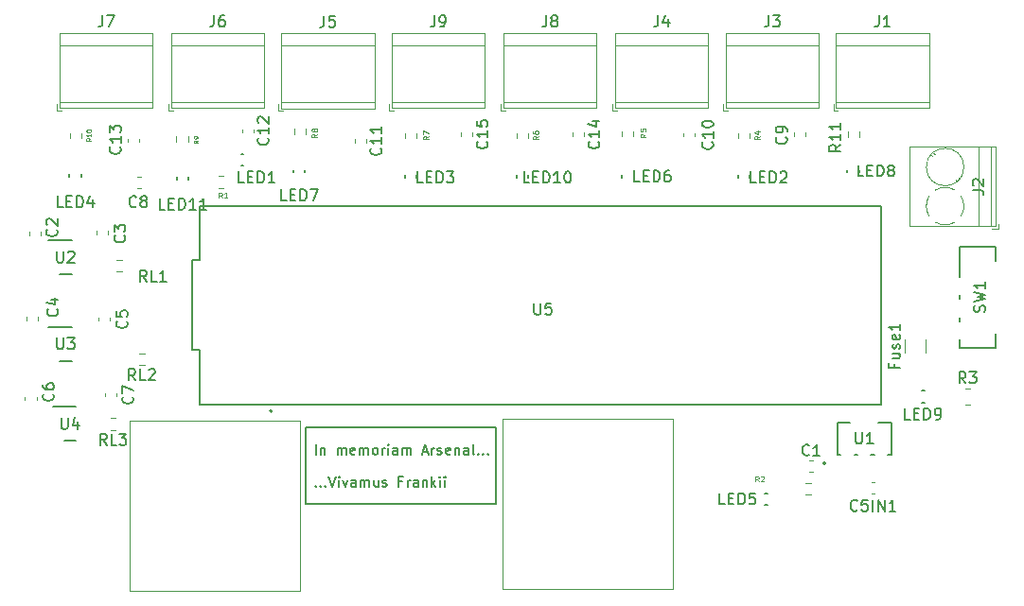
<source format=gbr>
%TF.GenerationSoftware,KiCad,Pcbnew,7.0.7*%
%TF.CreationDate,2024-02-18T14:41:38-05:00*%
%TF.ProjectId,Frankii FInal,4672616e-6b69-4692-9046-496e616c2e6b,rev?*%
%TF.SameCoordinates,Original*%
%TF.FileFunction,Legend,Top*%
%TF.FilePolarity,Positive*%
%FSLAX46Y46*%
G04 Gerber Fmt 4.6, Leading zero omitted, Abs format (unit mm)*
G04 Created by KiCad (PCBNEW 7.0.7) date 2024-02-18 14:41:38*
%MOMM*%
%LPD*%
G01*
G04 APERTURE LIST*
%ADD10C,0.150000*%
%ADD11C,0.100000*%
%ADD12C,0.120000*%
%ADD13C,0.200000*%
%ADD14C,0.152400*%
%ADD15C,0.127000*%
G04 APERTURE END LIST*
D10*
X127384669Y-112325157D02*
X127384669Y-111425157D01*
X127813240Y-111725157D02*
X127813240Y-112325157D01*
X127813240Y-111810871D02*
X127856097Y-111768014D01*
X127856097Y-111768014D02*
X127941812Y-111725157D01*
X127941812Y-111725157D02*
X128070383Y-111725157D01*
X128070383Y-111725157D02*
X128156097Y-111768014D01*
X128156097Y-111768014D02*
X128198955Y-111853728D01*
X128198955Y-111853728D02*
X128198955Y-112325157D01*
X129313240Y-112325157D02*
X129313240Y-111725157D01*
X129313240Y-111810871D02*
X129356097Y-111768014D01*
X129356097Y-111768014D02*
X129441812Y-111725157D01*
X129441812Y-111725157D02*
X129570383Y-111725157D01*
X129570383Y-111725157D02*
X129656097Y-111768014D01*
X129656097Y-111768014D02*
X129698955Y-111853728D01*
X129698955Y-111853728D02*
X129698955Y-112325157D01*
X129698955Y-111853728D02*
X129741812Y-111768014D01*
X129741812Y-111768014D02*
X129827526Y-111725157D01*
X129827526Y-111725157D02*
X129956097Y-111725157D01*
X129956097Y-111725157D02*
X130041812Y-111768014D01*
X130041812Y-111768014D02*
X130084669Y-111853728D01*
X130084669Y-111853728D02*
X130084669Y-112325157D01*
X130856097Y-112282300D02*
X130770383Y-112325157D01*
X130770383Y-112325157D02*
X130598955Y-112325157D01*
X130598955Y-112325157D02*
X130513240Y-112282300D01*
X130513240Y-112282300D02*
X130470383Y-112196585D01*
X130470383Y-112196585D02*
X130470383Y-111853728D01*
X130470383Y-111853728D02*
X130513240Y-111768014D01*
X130513240Y-111768014D02*
X130598955Y-111725157D01*
X130598955Y-111725157D02*
X130770383Y-111725157D01*
X130770383Y-111725157D02*
X130856097Y-111768014D01*
X130856097Y-111768014D02*
X130898955Y-111853728D01*
X130898955Y-111853728D02*
X130898955Y-111939442D01*
X130898955Y-111939442D02*
X130470383Y-112025157D01*
X131284669Y-112325157D02*
X131284669Y-111725157D01*
X131284669Y-111810871D02*
X131327526Y-111768014D01*
X131327526Y-111768014D02*
X131413241Y-111725157D01*
X131413241Y-111725157D02*
X131541812Y-111725157D01*
X131541812Y-111725157D02*
X131627526Y-111768014D01*
X131627526Y-111768014D02*
X131670384Y-111853728D01*
X131670384Y-111853728D02*
X131670384Y-112325157D01*
X131670384Y-111853728D02*
X131713241Y-111768014D01*
X131713241Y-111768014D02*
X131798955Y-111725157D01*
X131798955Y-111725157D02*
X131927526Y-111725157D01*
X131927526Y-111725157D02*
X132013241Y-111768014D01*
X132013241Y-111768014D02*
X132056098Y-111853728D01*
X132056098Y-111853728D02*
X132056098Y-112325157D01*
X132613241Y-112325157D02*
X132527526Y-112282300D01*
X132527526Y-112282300D02*
X132484669Y-112239442D01*
X132484669Y-112239442D02*
X132441812Y-112153728D01*
X132441812Y-112153728D02*
X132441812Y-111896585D01*
X132441812Y-111896585D02*
X132484669Y-111810871D01*
X132484669Y-111810871D02*
X132527526Y-111768014D01*
X132527526Y-111768014D02*
X132613241Y-111725157D01*
X132613241Y-111725157D02*
X132741812Y-111725157D01*
X132741812Y-111725157D02*
X132827526Y-111768014D01*
X132827526Y-111768014D02*
X132870384Y-111810871D01*
X132870384Y-111810871D02*
X132913241Y-111896585D01*
X132913241Y-111896585D02*
X132913241Y-112153728D01*
X132913241Y-112153728D02*
X132870384Y-112239442D01*
X132870384Y-112239442D02*
X132827526Y-112282300D01*
X132827526Y-112282300D02*
X132741812Y-112325157D01*
X132741812Y-112325157D02*
X132613241Y-112325157D01*
X133298955Y-112325157D02*
X133298955Y-111725157D01*
X133298955Y-111896585D02*
X133341812Y-111810871D01*
X133341812Y-111810871D02*
X133384670Y-111768014D01*
X133384670Y-111768014D02*
X133470384Y-111725157D01*
X133470384Y-111725157D02*
X133556098Y-111725157D01*
X133856098Y-112325157D02*
X133856098Y-111725157D01*
X133856098Y-111425157D02*
X133813241Y-111468014D01*
X133813241Y-111468014D02*
X133856098Y-111510871D01*
X133856098Y-111510871D02*
X133898955Y-111468014D01*
X133898955Y-111468014D02*
X133856098Y-111425157D01*
X133856098Y-111425157D02*
X133856098Y-111510871D01*
X134670384Y-112325157D02*
X134670384Y-111853728D01*
X134670384Y-111853728D02*
X134627526Y-111768014D01*
X134627526Y-111768014D02*
X134541812Y-111725157D01*
X134541812Y-111725157D02*
X134370384Y-111725157D01*
X134370384Y-111725157D02*
X134284669Y-111768014D01*
X134670384Y-112282300D02*
X134584669Y-112325157D01*
X134584669Y-112325157D02*
X134370384Y-112325157D01*
X134370384Y-112325157D02*
X134284669Y-112282300D01*
X134284669Y-112282300D02*
X134241812Y-112196585D01*
X134241812Y-112196585D02*
X134241812Y-112110871D01*
X134241812Y-112110871D02*
X134284669Y-112025157D01*
X134284669Y-112025157D02*
X134370384Y-111982300D01*
X134370384Y-111982300D02*
X134584669Y-111982300D01*
X134584669Y-111982300D02*
X134670384Y-111939442D01*
X135098955Y-112325157D02*
X135098955Y-111725157D01*
X135098955Y-111810871D02*
X135141812Y-111768014D01*
X135141812Y-111768014D02*
X135227527Y-111725157D01*
X135227527Y-111725157D02*
X135356098Y-111725157D01*
X135356098Y-111725157D02*
X135441812Y-111768014D01*
X135441812Y-111768014D02*
X135484670Y-111853728D01*
X135484670Y-111853728D02*
X135484670Y-112325157D01*
X135484670Y-111853728D02*
X135527527Y-111768014D01*
X135527527Y-111768014D02*
X135613241Y-111725157D01*
X135613241Y-111725157D02*
X135741812Y-111725157D01*
X135741812Y-111725157D02*
X135827527Y-111768014D01*
X135827527Y-111768014D02*
X135870384Y-111853728D01*
X135870384Y-111853728D02*
X135870384Y-112325157D01*
X136941812Y-112068014D02*
X137370384Y-112068014D01*
X136856098Y-112325157D02*
X137156098Y-111425157D01*
X137156098Y-111425157D02*
X137456098Y-112325157D01*
X137756098Y-112325157D02*
X137756098Y-111725157D01*
X137756098Y-111896585D02*
X137798955Y-111810871D01*
X137798955Y-111810871D02*
X137841813Y-111768014D01*
X137841813Y-111768014D02*
X137927527Y-111725157D01*
X137927527Y-111725157D02*
X138013241Y-111725157D01*
X138270384Y-112282300D02*
X138356098Y-112325157D01*
X138356098Y-112325157D02*
X138527527Y-112325157D01*
X138527527Y-112325157D02*
X138613241Y-112282300D01*
X138613241Y-112282300D02*
X138656098Y-112196585D01*
X138656098Y-112196585D02*
X138656098Y-112153728D01*
X138656098Y-112153728D02*
X138613241Y-112068014D01*
X138613241Y-112068014D02*
X138527527Y-112025157D01*
X138527527Y-112025157D02*
X138398956Y-112025157D01*
X138398956Y-112025157D02*
X138313241Y-111982300D01*
X138313241Y-111982300D02*
X138270384Y-111896585D01*
X138270384Y-111896585D02*
X138270384Y-111853728D01*
X138270384Y-111853728D02*
X138313241Y-111768014D01*
X138313241Y-111768014D02*
X138398956Y-111725157D01*
X138398956Y-111725157D02*
X138527527Y-111725157D01*
X138527527Y-111725157D02*
X138613241Y-111768014D01*
X139384669Y-112282300D02*
X139298955Y-112325157D01*
X139298955Y-112325157D02*
X139127527Y-112325157D01*
X139127527Y-112325157D02*
X139041812Y-112282300D01*
X139041812Y-112282300D02*
X138998955Y-112196585D01*
X138998955Y-112196585D02*
X138998955Y-111853728D01*
X138998955Y-111853728D02*
X139041812Y-111768014D01*
X139041812Y-111768014D02*
X139127527Y-111725157D01*
X139127527Y-111725157D02*
X139298955Y-111725157D01*
X139298955Y-111725157D02*
X139384669Y-111768014D01*
X139384669Y-111768014D02*
X139427527Y-111853728D01*
X139427527Y-111853728D02*
X139427527Y-111939442D01*
X139427527Y-111939442D02*
X138998955Y-112025157D01*
X139813241Y-111725157D02*
X139813241Y-112325157D01*
X139813241Y-111810871D02*
X139856098Y-111768014D01*
X139856098Y-111768014D02*
X139941813Y-111725157D01*
X139941813Y-111725157D02*
X140070384Y-111725157D01*
X140070384Y-111725157D02*
X140156098Y-111768014D01*
X140156098Y-111768014D02*
X140198956Y-111853728D01*
X140198956Y-111853728D02*
X140198956Y-112325157D01*
X141013242Y-112325157D02*
X141013242Y-111853728D01*
X141013242Y-111853728D02*
X140970384Y-111768014D01*
X140970384Y-111768014D02*
X140884670Y-111725157D01*
X140884670Y-111725157D02*
X140713242Y-111725157D01*
X140713242Y-111725157D02*
X140627527Y-111768014D01*
X141013242Y-112282300D02*
X140927527Y-112325157D01*
X140927527Y-112325157D02*
X140713242Y-112325157D01*
X140713242Y-112325157D02*
X140627527Y-112282300D01*
X140627527Y-112282300D02*
X140584670Y-112196585D01*
X140584670Y-112196585D02*
X140584670Y-112110871D01*
X140584670Y-112110871D02*
X140627527Y-112025157D01*
X140627527Y-112025157D02*
X140713242Y-111982300D01*
X140713242Y-111982300D02*
X140927527Y-111982300D01*
X140927527Y-111982300D02*
X141013242Y-111939442D01*
X141570385Y-112325157D02*
X141484670Y-112282300D01*
X141484670Y-112282300D02*
X141441813Y-112196585D01*
X141441813Y-112196585D02*
X141441813Y-111425157D01*
X141913242Y-112239442D02*
X141956099Y-112282300D01*
X141956099Y-112282300D02*
X141913242Y-112325157D01*
X141913242Y-112325157D02*
X141870385Y-112282300D01*
X141870385Y-112282300D02*
X141913242Y-112239442D01*
X141913242Y-112239442D02*
X141913242Y-112325157D01*
X142341813Y-112239442D02*
X142384670Y-112282300D01*
X142384670Y-112282300D02*
X142341813Y-112325157D01*
X142341813Y-112325157D02*
X142298956Y-112282300D01*
X142298956Y-112282300D02*
X142341813Y-112239442D01*
X142341813Y-112239442D02*
X142341813Y-112325157D01*
X142770384Y-112239442D02*
X142813241Y-112282300D01*
X142813241Y-112282300D02*
X142770384Y-112325157D01*
X142770384Y-112325157D02*
X142727527Y-112282300D01*
X142727527Y-112282300D02*
X142770384Y-112239442D01*
X142770384Y-112239442D02*
X142770384Y-112325157D01*
X127384669Y-115137442D02*
X127427526Y-115180300D01*
X127427526Y-115180300D02*
X127384669Y-115223157D01*
X127384669Y-115223157D02*
X127341812Y-115180300D01*
X127341812Y-115180300D02*
X127384669Y-115137442D01*
X127384669Y-115137442D02*
X127384669Y-115223157D01*
X127813240Y-115137442D02*
X127856097Y-115180300D01*
X127856097Y-115180300D02*
X127813240Y-115223157D01*
X127813240Y-115223157D02*
X127770383Y-115180300D01*
X127770383Y-115180300D02*
X127813240Y-115137442D01*
X127813240Y-115137442D02*
X127813240Y-115223157D01*
X128241811Y-115137442D02*
X128284668Y-115180300D01*
X128284668Y-115180300D02*
X128241811Y-115223157D01*
X128241811Y-115223157D02*
X128198954Y-115180300D01*
X128198954Y-115180300D02*
X128241811Y-115137442D01*
X128241811Y-115137442D02*
X128241811Y-115223157D01*
X128541811Y-114323157D02*
X128841811Y-115223157D01*
X128841811Y-115223157D02*
X129141811Y-114323157D01*
X129441811Y-115223157D02*
X129441811Y-114623157D01*
X129441811Y-114323157D02*
X129398954Y-114366014D01*
X129398954Y-114366014D02*
X129441811Y-114408871D01*
X129441811Y-114408871D02*
X129484668Y-114366014D01*
X129484668Y-114366014D02*
X129441811Y-114323157D01*
X129441811Y-114323157D02*
X129441811Y-114408871D01*
X129784668Y-114623157D02*
X129998954Y-115223157D01*
X129998954Y-115223157D02*
X130213239Y-114623157D01*
X130941811Y-115223157D02*
X130941811Y-114751728D01*
X130941811Y-114751728D02*
X130898953Y-114666014D01*
X130898953Y-114666014D02*
X130813239Y-114623157D01*
X130813239Y-114623157D02*
X130641811Y-114623157D01*
X130641811Y-114623157D02*
X130556096Y-114666014D01*
X130941811Y-115180300D02*
X130856096Y-115223157D01*
X130856096Y-115223157D02*
X130641811Y-115223157D01*
X130641811Y-115223157D02*
X130556096Y-115180300D01*
X130556096Y-115180300D02*
X130513239Y-115094585D01*
X130513239Y-115094585D02*
X130513239Y-115008871D01*
X130513239Y-115008871D02*
X130556096Y-114923157D01*
X130556096Y-114923157D02*
X130641811Y-114880300D01*
X130641811Y-114880300D02*
X130856096Y-114880300D01*
X130856096Y-114880300D02*
X130941811Y-114837442D01*
X131370382Y-115223157D02*
X131370382Y-114623157D01*
X131370382Y-114708871D02*
X131413239Y-114666014D01*
X131413239Y-114666014D02*
X131498954Y-114623157D01*
X131498954Y-114623157D02*
X131627525Y-114623157D01*
X131627525Y-114623157D02*
X131713239Y-114666014D01*
X131713239Y-114666014D02*
X131756097Y-114751728D01*
X131756097Y-114751728D02*
X131756097Y-115223157D01*
X131756097Y-114751728D02*
X131798954Y-114666014D01*
X131798954Y-114666014D02*
X131884668Y-114623157D01*
X131884668Y-114623157D02*
X132013239Y-114623157D01*
X132013239Y-114623157D02*
X132098954Y-114666014D01*
X132098954Y-114666014D02*
X132141811Y-114751728D01*
X132141811Y-114751728D02*
X132141811Y-115223157D01*
X132956097Y-114623157D02*
X132956097Y-115223157D01*
X132570382Y-114623157D02*
X132570382Y-115094585D01*
X132570382Y-115094585D02*
X132613239Y-115180300D01*
X132613239Y-115180300D02*
X132698954Y-115223157D01*
X132698954Y-115223157D02*
X132827525Y-115223157D01*
X132827525Y-115223157D02*
X132913239Y-115180300D01*
X132913239Y-115180300D02*
X132956097Y-115137442D01*
X133341811Y-115180300D02*
X133427525Y-115223157D01*
X133427525Y-115223157D02*
X133598954Y-115223157D01*
X133598954Y-115223157D02*
X133684668Y-115180300D01*
X133684668Y-115180300D02*
X133727525Y-115094585D01*
X133727525Y-115094585D02*
X133727525Y-115051728D01*
X133727525Y-115051728D02*
X133684668Y-114966014D01*
X133684668Y-114966014D02*
X133598954Y-114923157D01*
X133598954Y-114923157D02*
X133470383Y-114923157D01*
X133470383Y-114923157D02*
X133384668Y-114880300D01*
X133384668Y-114880300D02*
X133341811Y-114794585D01*
X133341811Y-114794585D02*
X133341811Y-114751728D01*
X133341811Y-114751728D02*
X133384668Y-114666014D01*
X133384668Y-114666014D02*
X133470383Y-114623157D01*
X133470383Y-114623157D02*
X133598954Y-114623157D01*
X133598954Y-114623157D02*
X133684668Y-114666014D01*
X135098953Y-114751728D02*
X134798953Y-114751728D01*
X134798953Y-115223157D02*
X134798953Y-114323157D01*
X134798953Y-114323157D02*
X135227525Y-114323157D01*
X135570382Y-115223157D02*
X135570382Y-114623157D01*
X135570382Y-114794585D02*
X135613239Y-114708871D01*
X135613239Y-114708871D02*
X135656097Y-114666014D01*
X135656097Y-114666014D02*
X135741811Y-114623157D01*
X135741811Y-114623157D02*
X135827525Y-114623157D01*
X136513240Y-115223157D02*
X136513240Y-114751728D01*
X136513240Y-114751728D02*
X136470382Y-114666014D01*
X136470382Y-114666014D02*
X136384668Y-114623157D01*
X136384668Y-114623157D02*
X136213240Y-114623157D01*
X136213240Y-114623157D02*
X136127525Y-114666014D01*
X136513240Y-115180300D02*
X136427525Y-115223157D01*
X136427525Y-115223157D02*
X136213240Y-115223157D01*
X136213240Y-115223157D02*
X136127525Y-115180300D01*
X136127525Y-115180300D02*
X136084668Y-115094585D01*
X136084668Y-115094585D02*
X136084668Y-115008871D01*
X136084668Y-115008871D02*
X136127525Y-114923157D01*
X136127525Y-114923157D02*
X136213240Y-114880300D01*
X136213240Y-114880300D02*
X136427525Y-114880300D01*
X136427525Y-114880300D02*
X136513240Y-114837442D01*
X136941811Y-114623157D02*
X136941811Y-115223157D01*
X136941811Y-114708871D02*
X136984668Y-114666014D01*
X136984668Y-114666014D02*
X137070383Y-114623157D01*
X137070383Y-114623157D02*
X137198954Y-114623157D01*
X137198954Y-114623157D02*
X137284668Y-114666014D01*
X137284668Y-114666014D02*
X137327526Y-114751728D01*
X137327526Y-114751728D02*
X137327526Y-115223157D01*
X137756097Y-115223157D02*
X137756097Y-114323157D01*
X137841812Y-114880300D02*
X138098954Y-115223157D01*
X138098954Y-114623157D02*
X137756097Y-114966014D01*
X138484668Y-115223157D02*
X138484668Y-114623157D01*
X138484668Y-114323157D02*
X138441811Y-114366014D01*
X138441811Y-114366014D02*
X138484668Y-114408871D01*
X138484668Y-114408871D02*
X138527525Y-114366014D01*
X138527525Y-114366014D02*
X138484668Y-114323157D01*
X138484668Y-114323157D02*
X138484668Y-114408871D01*
X138913239Y-115223157D02*
X138913239Y-114623157D01*
X138913239Y-114323157D02*
X138870382Y-114366014D01*
X138870382Y-114366014D02*
X138913239Y-114408871D01*
X138913239Y-114408871D02*
X138956096Y-114366014D01*
X138956096Y-114366014D02*
X138913239Y-114323157D01*
X138913239Y-114323157D02*
X138913239Y-114408871D01*
X126471700Y-109941100D02*
X143471700Y-109941100D01*
X143471700Y-116741100D01*
X126471700Y-116741100D01*
X126471700Y-109941100D01*
X108653571Y-111484819D02*
X108320238Y-111008628D01*
X108082143Y-111484819D02*
X108082143Y-110484819D01*
X108082143Y-110484819D02*
X108463095Y-110484819D01*
X108463095Y-110484819D02*
X108558333Y-110532438D01*
X108558333Y-110532438D02*
X108605952Y-110580057D01*
X108605952Y-110580057D02*
X108653571Y-110675295D01*
X108653571Y-110675295D02*
X108653571Y-110818152D01*
X108653571Y-110818152D02*
X108605952Y-110913390D01*
X108605952Y-110913390D02*
X108558333Y-110961009D01*
X108558333Y-110961009D02*
X108463095Y-111008628D01*
X108463095Y-111008628D02*
X108082143Y-111008628D01*
X109558333Y-111484819D02*
X109082143Y-111484819D01*
X109082143Y-111484819D02*
X109082143Y-110484819D01*
X109796429Y-110484819D02*
X110415476Y-110484819D01*
X110415476Y-110484819D02*
X110082143Y-110865771D01*
X110082143Y-110865771D02*
X110225000Y-110865771D01*
X110225000Y-110865771D02*
X110320238Y-110913390D01*
X110320238Y-110913390D02*
X110367857Y-110961009D01*
X110367857Y-110961009D02*
X110415476Y-111056247D01*
X110415476Y-111056247D02*
X110415476Y-111294342D01*
X110415476Y-111294342D02*
X110367857Y-111389580D01*
X110367857Y-111389580D02*
X110320238Y-111437200D01*
X110320238Y-111437200D02*
X110225000Y-111484819D01*
X110225000Y-111484819D02*
X109939286Y-111484819D01*
X109939286Y-111484819D02*
X109844048Y-111437200D01*
X109844048Y-111437200D02*
X109796429Y-111389580D01*
X111228571Y-105684819D02*
X110895238Y-105208628D01*
X110657143Y-105684819D02*
X110657143Y-104684819D01*
X110657143Y-104684819D02*
X111038095Y-104684819D01*
X111038095Y-104684819D02*
X111133333Y-104732438D01*
X111133333Y-104732438D02*
X111180952Y-104780057D01*
X111180952Y-104780057D02*
X111228571Y-104875295D01*
X111228571Y-104875295D02*
X111228571Y-105018152D01*
X111228571Y-105018152D02*
X111180952Y-105113390D01*
X111180952Y-105113390D02*
X111133333Y-105161009D01*
X111133333Y-105161009D02*
X111038095Y-105208628D01*
X111038095Y-105208628D02*
X110657143Y-105208628D01*
X112133333Y-105684819D02*
X111657143Y-105684819D01*
X111657143Y-105684819D02*
X111657143Y-104684819D01*
X112419048Y-104780057D02*
X112466667Y-104732438D01*
X112466667Y-104732438D02*
X112561905Y-104684819D01*
X112561905Y-104684819D02*
X112800000Y-104684819D01*
X112800000Y-104684819D02*
X112895238Y-104732438D01*
X112895238Y-104732438D02*
X112942857Y-104780057D01*
X112942857Y-104780057D02*
X112990476Y-104875295D01*
X112990476Y-104875295D02*
X112990476Y-104970533D01*
X112990476Y-104970533D02*
X112942857Y-105113390D01*
X112942857Y-105113390D02*
X112371429Y-105684819D01*
X112371429Y-105684819D02*
X112990476Y-105684819D01*
X112228571Y-96854819D02*
X111895238Y-96378628D01*
X111657143Y-96854819D02*
X111657143Y-95854819D01*
X111657143Y-95854819D02*
X112038095Y-95854819D01*
X112038095Y-95854819D02*
X112133333Y-95902438D01*
X112133333Y-95902438D02*
X112180952Y-95950057D01*
X112180952Y-95950057D02*
X112228571Y-96045295D01*
X112228571Y-96045295D02*
X112228571Y-96188152D01*
X112228571Y-96188152D02*
X112180952Y-96283390D01*
X112180952Y-96283390D02*
X112133333Y-96331009D01*
X112133333Y-96331009D02*
X112038095Y-96378628D01*
X112038095Y-96378628D02*
X111657143Y-96378628D01*
X113133333Y-96854819D02*
X112657143Y-96854819D01*
X112657143Y-96854819D02*
X112657143Y-95854819D01*
X113990476Y-96854819D02*
X113419048Y-96854819D01*
X113704762Y-96854819D02*
X113704762Y-95854819D01*
X113704762Y-95854819D02*
X113609524Y-95997676D01*
X113609524Y-95997676D02*
X113514286Y-96092914D01*
X113514286Y-96092914D02*
X113419048Y-96140533D01*
D11*
X147297809Y-83824433D02*
X147059714Y-83991099D01*
X147297809Y-84110147D02*
X146797809Y-84110147D01*
X146797809Y-84110147D02*
X146797809Y-83919671D01*
X146797809Y-83919671D02*
X146821619Y-83872052D01*
X146821619Y-83872052D02*
X146845428Y-83848242D01*
X146845428Y-83848242D02*
X146893047Y-83824433D01*
X146893047Y-83824433D02*
X146964476Y-83824433D01*
X146964476Y-83824433D02*
X147012095Y-83848242D01*
X147012095Y-83848242D02*
X147035904Y-83872052D01*
X147035904Y-83872052D02*
X147059714Y-83919671D01*
X147059714Y-83919671D02*
X147059714Y-84110147D01*
X146797809Y-83395861D02*
X146797809Y-83491099D01*
X146797809Y-83491099D02*
X146821619Y-83538718D01*
X146821619Y-83538718D02*
X146845428Y-83562528D01*
X146845428Y-83562528D02*
X146916857Y-83610147D01*
X146916857Y-83610147D02*
X147012095Y-83633956D01*
X147012095Y-83633956D02*
X147202571Y-83633956D01*
X147202571Y-83633956D02*
X147250190Y-83610147D01*
X147250190Y-83610147D02*
X147274000Y-83586337D01*
X147274000Y-83586337D02*
X147297809Y-83538718D01*
X147297809Y-83538718D02*
X147297809Y-83443480D01*
X147297809Y-83443480D02*
X147274000Y-83395861D01*
X147274000Y-83395861D02*
X147250190Y-83372052D01*
X147250190Y-83372052D02*
X147202571Y-83348242D01*
X147202571Y-83348242D02*
X147083523Y-83348242D01*
X147083523Y-83348242D02*
X147035904Y-83372052D01*
X147035904Y-83372052D02*
X147012095Y-83395861D01*
X147012095Y-83395861D02*
X146988285Y-83443480D01*
X146988285Y-83443480D02*
X146988285Y-83538718D01*
X146988285Y-83538718D02*
X147012095Y-83586337D01*
X147012095Y-83586337D02*
X147035904Y-83610147D01*
X147035904Y-83610147D02*
X147083523Y-83633956D01*
D10*
X104209795Y-94145919D02*
X104209795Y-94955442D01*
X104209795Y-94955442D02*
X104257414Y-95050680D01*
X104257414Y-95050680D02*
X104305033Y-95098300D01*
X104305033Y-95098300D02*
X104400271Y-95145919D01*
X104400271Y-95145919D02*
X104590747Y-95145919D01*
X104590747Y-95145919D02*
X104685985Y-95098300D01*
X104685985Y-95098300D02*
X104733604Y-95050680D01*
X104733604Y-95050680D02*
X104781223Y-94955442D01*
X104781223Y-94955442D02*
X104781223Y-94145919D01*
X105209795Y-94241157D02*
X105257414Y-94193538D01*
X105257414Y-94193538D02*
X105352652Y-94145919D01*
X105352652Y-94145919D02*
X105590747Y-94145919D01*
X105590747Y-94145919D02*
X105685985Y-94193538D01*
X105685985Y-94193538D02*
X105733604Y-94241157D01*
X105733604Y-94241157D02*
X105781223Y-94336395D01*
X105781223Y-94336395D02*
X105781223Y-94431633D01*
X105781223Y-94431633D02*
X105733604Y-94574490D01*
X105733604Y-94574490D02*
X105162176Y-95145919D01*
X105162176Y-95145919D02*
X105781223Y-95145919D01*
X118258366Y-73025919D02*
X118258366Y-73740204D01*
X118258366Y-73740204D02*
X118210747Y-73883061D01*
X118210747Y-73883061D02*
X118115509Y-73978300D01*
X118115509Y-73978300D02*
X117972652Y-74025919D01*
X117972652Y-74025919D02*
X117877414Y-74025919D01*
X119163128Y-73025919D02*
X118972652Y-73025919D01*
X118972652Y-73025919D02*
X118877414Y-73073538D01*
X118877414Y-73073538D02*
X118829795Y-73121157D01*
X118829795Y-73121157D02*
X118734557Y-73264014D01*
X118734557Y-73264014D02*
X118686938Y-73454490D01*
X118686938Y-73454490D02*
X118686938Y-73835442D01*
X118686938Y-73835442D02*
X118734557Y-73930680D01*
X118734557Y-73930680D02*
X118782176Y-73978300D01*
X118782176Y-73978300D02*
X118877414Y-74025919D01*
X118877414Y-74025919D02*
X119067890Y-74025919D01*
X119067890Y-74025919D02*
X119163128Y-73978300D01*
X119163128Y-73978300D02*
X119210747Y-73930680D01*
X119210747Y-73930680D02*
X119258366Y-73835442D01*
X119258366Y-73835442D02*
X119258366Y-73597347D01*
X119258366Y-73597347D02*
X119210747Y-73502109D01*
X119210747Y-73502109D02*
X119163128Y-73454490D01*
X119163128Y-73454490D02*
X119067890Y-73406871D01*
X119067890Y-73406871D02*
X118877414Y-73406871D01*
X118877414Y-73406871D02*
X118782176Y-73454490D01*
X118782176Y-73454490D02*
X118734557Y-73502109D01*
X118734557Y-73502109D02*
X118686938Y-73597347D01*
X146476461Y-87995919D02*
X146000271Y-87995919D01*
X146000271Y-87995919D02*
X146000271Y-86995919D01*
X146809795Y-87472109D02*
X147143128Y-87472109D01*
X147285985Y-87995919D02*
X146809795Y-87995919D01*
X146809795Y-87995919D02*
X146809795Y-86995919D01*
X146809795Y-86995919D02*
X147285985Y-86995919D01*
X147714557Y-87995919D02*
X147714557Y-86995919D01*
X147714557Y-86995919D02*
X147952652Y-86995919D01*
X147952652Y-86995919D02*
X148095509Y-87043538D01*
X148095509Y-87043538D02*
X148190747Y-87138776D01*
X148190747Y-87138776D02*
X148238366Y-87234014D01*
X148238366Y-87234014D02*
X148285985Y-87424490D01*
X148285985Y-87424490D02*
X148285985Y-87567347D01*
X148285985Y-87567347D02*
X148238366Y-87757823D01*
X148238366Y-87757823D02*
X148190747Y-87853061D01*
X148190747Y-87853061D02*
X148095509Y-87948300D01*
X148095509Y-87948300D02*
X147952652Y-87995919D01*
X147952652Y-87995919D02*
X147714557Y-87995919D01*
X149238366Y-87995919D02*
X148666938Y-87995919D01*
X148952652Y-87995919D02*
X148952652Y-86995919D01*
X148952652Y-86995919D02*
X148857414Y-87138776D01*
X148857414Y-87138776D02*
X148762176Y-87234014D01*
X148762176Y-87234014D02*
X148666938Y-87281633D01*
X149857414Y-86995919D02*
X149952652Y-86995919D01*
X149952652Y-86995919D02*
X150047890Y-87043538D01*
X150047890Y-87043538D02*
X150095509Y-87091157D01*
X150095509Y-87091157D02*
X150143128Y-87186395D01*
X150143128Y-87186395D02*
X150190747Y-87376871D01*
X150190747Y-87376871D02*
X150190747Y-87614966D01*
X150190747Y-87614966D02*
X150143128Y-87805442D01*
X150143128Y-87805442D02*
X150095509Y-87900680D01*
X150095509Y-87900680D02*
X150047890Y-87948300D01*
X150047890Y-87948300D02*
X149952652Y-87995919D01*
X149952652Y-87995919D02*
X149857414Y-87995919D01*
X149857414Y-87995919D02*
X149762176Y-87948300D01*
X149762176Y-87948300D02*
X149714557Y-87900680D01*
X149714557Y-87900680D02*
X149666938Y-87805442D01*
X149666938Y-87805442D02*
X149619319Y-87614966D01*
X149619319Y-87614966D02*
X149619319Y-87376871D01*
X149619319Y-87376871D02*
X149666938Y-87186395D01*
X149666938Y-87186395D02*
X149714557Y-87091157D01*
X149714557Y-87091157D02*
X149762176Y-87043538D01*
X149762176Y-87043538D02*
X149857414Y-86995919D01*
X176352652Y-87421219D02*
X175876462Y-87421219D01*
X175876462Y-87421219D02*
X175876462Y-86421219D01*
X176685986Y-86897409D02*
X177019319Y-86897409D01*
X177162176Y-87421219D02*
X176685986Y-87421219D01*
X176685986Y-87421219D02*
X176685986Y-86421219D01*
X176685986Y-86421219D02*
X177162176Y-86421219D01*
X177590748Y-87421219D02*
X177590748Y-86421219D01*
X177590748Y-86421219D02*
X177828843Y-86421219D01*
X177828843Y-86421219D02*
X177971700Y-86468838D01*
X177971700Y-86468838D02*
X178066938Y-86564076D01*
X178066938Y-86564076D02*
X178114557Y-86659314D01*
X178114557Y-86659314D02*
X178162176Y-86849790D01*
X178162176Y-86849790D02*
X178162176Y-86992647D01*
X178162176Y-86992647D02*
X178114557Y-87183123D01*
X178114557Y-87183123D02*
X178066938Y-87278361D01*
X178066938Y-87278361D02*
X177971700Y-87373600D01*
X177971700Y-87373600D02*
X177828843Y-87421219D01*
X177828843Y-87421219D02*
X177590748Y-87421219D01*
X178733605Y-86849790D02*
X178638367Y-86802171D01*
X178638367Y-86802171D02*
X178590748Y-86754552D01*
X178590748Y-86754552D02*
X178543129Y-86659314D01*
X178543129Y-86659314D02*
X178543129Y-86611695D01*
X178543129Y-86611695D02*
X178590748Y-86516457D01*
X178590748Y-86516457D02*
X178638367Y-86468838D01*
X178638367Y-86468838D02*
X178733605Y-86421219D01*
X178733605Y-86421219D02*
X178924081Y-86421219D01*
X178924081Y-86421219D02*
X179019319Y-86468838D01*
X179019319Y-86468838D02*
X179066938Y-86516457D01*
X179066938Y-86516457D02*
X179114557Y-86611695D01*
X179114557Y-86611695D02*
X179114557Y-86659314D01*
X179114557Y-86659314D02*
X179066938Y-86754552D01*
X179066938Y-86754552D02*
X179019319Y-86802171D01*
X179019319Y-86802171D02*
X178924081Y-86849790D01*
X178924081Y-86849790D02*
X178733605Y-86849790D01*
X178733605Y-86849790D02*
X178638367Y-86897409D01*
X178638367Y-86897409D02*
X178590748Y-86945028D01*
X178590748Y-86945028D02*
X178543129Y-87040266D01*
X178543129Y-87040266D02*
X178543129Y-87230742D01*
X178543129Y-87230742D02*
X178590748Y-87325980D01*
X178590748Y-87325980D02*
X178638367Y-87373600D01*
X178638367Y-87373600D02*
X178733605Y-87421219D01*
X178733605Y-87421219D02*
X178924081Y-87421219D01*
X178924081Y-87421219D02*
X179019319Y-87373600D01*
X179019319Y-87373600D02*
X179066938Y-87325980D01*
X179066938Y-87325980D02*
X179114557Y-87230742D01*
X179114557Y-87230742D02*
X179114557Y-87040266D01*
X179114557Y-87040266D02*
X179066938Y-86945028D01*
X179066938Y-86945028D02*
X179019319Y-86897409D01*
X179019319Y-86897409D02*
X178924081Y-86849790D01*
X104231280Y-99307766D02*
X104278900Y-99355385D01*
X104278900Y-99355385D02*
X104326519Y-99498242D01*
X104326519Y-99498242D02*
X104326519Y-99593480D01*
X104326519Y-99593480D02*
X104278900Y-99736337D01*
X104278900Y-99736337D02*
X104183661Y-99831575D01*
X104183661Y-99831575D02*
X104088423Y-99879194D01*
X104088423Y-99879194D02*
X103897947Y-99926813D01*
X103897947Y-99926813D02*
X103755090Y-99926813D01*
X103755090Y-99926813D02*
X103564614Y-99879194D01*
X103564614Y-99879194D02*
X103469376Y-99831575D01*
X103469376Y-99831575D02*
X103374138Y-99736337D01*
X103374138Y-99736337D02*
X103326519Y-99593480D01*
X103326519Y-99593480D02*
X103326519Y-99498242D01*
X103326519Y-99498242D02*
X103374138Y-99355385D01*
X103374138Y-99355385D02*
X103421757Y-99307766D01*
X103659852Y-98450623D02*
X104326519Y-98450623D01*
X103278900Y-98688718D02*
X103993185Y-98926813D01*
X103993185Y-98926813D02*
X103993185Y-98307766D01*
X187206000Y-99569532D02*
X187253619Y-99426675D01*
X187253619Y-99426675D02*
X187253619Y-99188580D01*
X187253619Y-99188580D02*
X187206000Y-99093342D01*
X187206000Y-99093342D02*
X187158380Y-99045723D01*
X187158380Y-99045723D02*
X187063142Y-98998104D01*
X187063142Y-98998104D02*
X186967904Y-98998104D01*
X186967904Y-98998104D02*
X186872666Y-99045723D01*
X186872666Y-99045723D02*
X186825047Y-99093342D01*
X186825047Y-99093342D02*
X186777428Y-99188580D01*
X186777428Y-99188580D02*
X186729809Y-99379056D01*
X186729809Y-99379056D02*
X186682190Y-99474294D01*
X186682190Y-99474294D02*
X186634571Y-99521913D01*
X186634571Y-99521913D02*
X186539333Y-99569532D01*
X186539333Y-99569532D02*
X186444095Y-99569532D01*
X186444095Y-99569532D02*
X186348857Y-99521913D01*
X186348857Y-99521913D02*
X186301238Y-99474294D01*
X186301238Y-99474294D02*
X186253619Y-99379056D01*
X186253619Y-99379056D02*
X186253619Y-99140961D01*
X186253619Y-99140961D02*
X186301238Y-98998104D01*
X186253619Y-98664770D02*
X187253619Y-98426675D01*
X187253619Y-98426675D02*
X186539333Y-98236199D01*
X186539333Y-98236199D02*
X187253619Y-98045723D01*
X187253619Y-98045723D02*
X186253619Y-97807628D01*
X187253619Y-96902866D02*
X187253619Y-97474294D01*
X187253619Y-97188580D02*
X186253619Y-97188580D01*
X186253619Y-97188580D02*
X186396476Y-97283818D01*
X186396476Y-97283818D02*
X186491714Y-97379056D01*
X186491714Y-97379056D02*
X186539333Y-97474294D01*
X185505033Y-105945919D02*
X185171700Y-105469728D01*
X184933605Y-105945919D02*
X184933605Y-104945919D01*
X184933605Y-104945919D02*
X185314557Y-104945919D01*
X185314557Y-104945919D02*
X185409795Y-104993538D01*
X185409795Y-104993538D02*
X185457414Y-105041157D01*
X185457414Y-105041157D02*
X185505033Y-105136395D01*
X185505033Y-105136395D02*
X185505033Y-105279252D01*
X185505033Y-105279252D02*
X185457414Y-105374490D01*
X185457414Y-105374490D02*
X185409795Y-105422109D01*
X185409795Y-105422109D02*
X185314557Y-105469728D01*
X185314557Y-105469728D02*
X184933605Y-105469728D01*
X185838367Y-104945919D02*
X186457414Y-104945919D01*
X186457414Y-104945919D02*
X186124081Y-105326871D01*
X186124081Y-105326871D02*
X186266938Y-105326871D01*
X186266938Y-105326871D02*
X186362176Y-105374490D01*
X186362176Y-105374490D02*
X186409795Y-105422109D01*
X186409795Y-105422109D02*
X186457414Y-105517347D01*
X186457414Y-105517347D02*
X186457414Y-105755442D01*
X186457414Y-105755442D02*
X186409795Y-105850680D01*
X186409795Y-105850680D02*
X186362176Y-105898300D01*
X186362176Y-105898300D02*
X186266938Y-105945919D01*
X186266938Y-105945919D02*
X185981224Y-105945919D01*
X185981224Y-105945919D02*
X185885986Y-105898300D01*
X185885986Y-105898300D02*
X185838367Y-105850680D01*
X103831280Y-106907766D02*
X103878900Y-106955385D01*
X103878900Y-106955385D02*
X103926519Y-107098242D01*
X103926519Y-107098242D02*
X103926519Y-107193480D01*
X103926519Y-107193480D02*
X103878900Y-107336337D01*
X103878900Y-107336337D02*
X103783661Y-107431575D01*
X103783661Y-107431575D02*
X103688423Y-107479194D01*
X103688423Y-107479194D02*
X103497947Y-107526813D01*
X103497947Y-107526813D02*
X103355090Y-107526813D01*
X103355090Y-107526813D02*
X103164614Y-107479194D01*
X103164614Y-107479194D02*
X103069376Y-107431575D01*
X103069376Y-107431575D02*
X102974138Y-107336337D01*
X102974138Y-107336337D02*
X102926519Y-107193480D01*
X102926519Y-107193480D02*
X102926519Y-107098242D01*
X102926519Y-107098242D02*
X102974138Y-106955385D01*
X102974138Y-106955385D02*
X103021757Y-106907766D01*
X102926519Y-106050623D02*
X102926519Y-106241099D01*
X102926519Y-106241099D02*
X102974138Y-106336337D01*
X102974138Y-106336337D02*
X103021757Y-106383956D01*
X103021757Y-106383956D02*
X103164614Y-106479194D01*
X103164614Y-106479194D02*
X103355090Y-106526813D01*
X103355090Y-106526813D02*
X103736042Y-106526813D01*
X103736042Y-106526813D02*
X103831280Y-106479194D01*
X103831280Y-106479194D02*
X103878900Y-106431575D01*
X103878900Y-106431575D02*
X103926519Y-106336337D01*
X103926519Y-106336337D02*
X103926519Y-106145861D01*
X103926519Y-106145861D02*
X103878900Y-106050623D01*
X103878900Y-106050623D02*
X103831280Y-106003004D01*
X103831280Y-106003004D02*
X103736042Y-105955385D01*
X103736042Y-105955385D02*
X103497947Y-105955385D01*
X103497947Y-105955385D02*
X103402709Y-106003004D01*
X103402709Y-106003004D02*
X103355090Y-106050623D01*
X103355090Y-106050623D02*
X103307471Y-106145861D01*
X103307471Y-106145861D02*
X103307471Y-106336337D01*
X103307471Y-106336337D02*
X103355090Y-106431575D01*
X103355090Y-106431575D02*
X103402709Y-106479194D01*
X103402709Y-106479194D02*
X103497947Y-106526813D01*
X136952652Y-87995919D02*
X136476462Y-87995919D01*
X136476462Y-87995919D02*
X136476462Y-86995919D01*
X137285986Y-87472109D02*
X137619319Y-87472109D01*
X137762176Y-87995919D02*
X137285986Y-87995919D01*
X137285986Y-87995919D02*
X137285986Y-86995919D01*
X137285986Y-86995919D02*
X137762176Y-86995919D01*
X138190748Y-87995919D02*
X138190748Y-86995919D01*
X138190748Y-86995919D02*
X138428843Y-86995919D01*
X138428843Y-86995919D02*
X138571700Y-87043538D01*
X138571700Y-87043538D02*
X138666938Y-87138776D01*
X138666938Y-87138776D02*
X138714557Y-87234014D01*
X138714557Y-87234014D02*
X138762176Y-87424490D01*
X138762176Y-87424490D02*
X138762176Y-87567347D01*
X138762176Y-87567347D02*
X138714557Y-87757823D01*
X138714557Y-87757823D02*
X138666938Y-87853061D01*
X138666938Y-87853061D02*
X138571700Y-87948300D01*
X138571700Y-87948300D02*
X138428843Y-87995919D01*
X138428843Y-87995919D02*
X138190748Y-87995919D01*
X139095510Y-86995919D02*
X139714557Y-86995919D01*
X139714557Y-86995919D02*
X139381224Y-87376871D01*
X139381224Y-87376871D02*
X139524081Y-87376871D01*
X139524081Y-87376871D02*
X139619319Y-87424490D01*
X139619319Y-87424490D02*
X139666938Y-87472109D01*
X139666938Y-87472109D02*
X139714557Y-87567347D01*
X139714557Y-87567347D02*
X139714557Y-87805442D01*
X139714557Y-87805442D02*
X139666938Y-87900680D01*
X139666938Y-87900680D02*
X139619319Y-87948300D01*
X139619319Y-87948300D02*
X139524081Y-87995919D01*
X139524081Y-87995919D02*
X139238367Y-87995919D01*
X139238367Y-87995919D02*
X139143129Y-87948300D01*
X139143129Y-87948300D02*
X139095510Y-87900680D01*
X162831280Y-84358957D02*
X162878900Y-84406576D01*
X162878900Y-84406576D02*
X162926519Y-84549433D01*
X162926519Y-84549433D02*
X162926519Y-84644671D01*
X162926519Y-84644671D02*
X162878900Y-84787528D01*
X162878900Y-84787528D02*
X162783661Y-84882766D01*
X162783661Y-84882766D02*
X162688423Y-84930385D01*
X162688423Y-84930385D02*
X162497947Y-84978004D01*
X162497947Y-84978004D02*
X162355090Y-84978004D01*
X162355090Y-84978004D02*
X162164614Y-84930385D01*
X162164614Y-84930385D02*
X162069376Y-84882766D01*
X162069376Y-84882766D02*
X161974138Y-84787528D01*
X161974138Y-84787528D02*
X161926519Y-84644671D01*
X161926519Y-84644671D02*
X161926519Y-84549433D01*
X161926519Y-84549433D02*
X161974138Y-84406576D01*
X161974138Y-84406576D02*
X162021757Y-84358957D01*
X162926519Y-83406576D02*
X162926519Y-83978004D01*
X162926519Y-83692290D02*
X161926519Y-83692290D01*
X161926519Y-83692290D02*
X162069376Y-83787528D01*
X162069376Y-83787528D02*
X162164614Y-83882766D01*
X162164614Y-83882766D02*
X162212233Y-83978004D01*
X161926519Y-82787528D02*
X161926519Y-82692290D01*
X161926519Y-82692290D02*
X161974138Y-82597052D01*
X161974138Y-82597052D02*
X162021757Y-82549433D01*
X162021757Y-82549433D02*
X162116995Y-82501814D01*
X162116995Y-82501814D02*
X162307471Y-82454195D01*
X162307471Y-82454195D02*
X162545566Y-82454195D01*
X162545566Y-82454195D02*
X162736042Y-82501814D01*
X162736042Y-82501814D02*
X162831280Y-82549433D01*
X162831280Y-82549433D02*
X162878900Y-82597052D01*
X162878900Y-82597052D02*
X162926519Y-82692290D01*
X162926519Y-82692290D02*
X162926519Y-82787528D01*
X162926519Y-82787528D02*
X162878900Y-82882766D01*
X162878900Y-82882766D02*
X162831280Y-82930385D01*
X162831280Y-82930385D02*
X162736042Y-82978004D01*
X162736042Y-82978004D02*
X162545566Y-83025623D01*
X162545566Y-83025623D02*
X162307471Y-83025623D01*
X162307471Y-83025623D02*
X162116995Y-82978004D01*
X162116995Y-82978004D02*
X162021757Y-82930385D01*
X162021757Y-82930385D02*
X161974138Y-82882766D01*
X161974138Y-82882766D02*
X161926519Y-82787528D01*
X108278366Y-73025919D02*
X108278366Y-73740204D01*
X108278366Y-73740204D02*
X108230747Y-73883061D01*
X108230747Y-73883061D02*
X108135509Y-73978300D01*
X108135509Y-73978300D02*
X107992652Y-74025919D01*
X107992652Y-74025919D02*
X107897414Y-74025919D01*
X108659319Y-73025919D02*
X109325985Y-73025919D01*
X109325985Y-73025919D02*
X108897414Y-74025919D01*
X142661280Y-84308957D02*
X142708900Y-84356576D01*
X142708900Y-84356576D02*
X142756519Y-84499433D01*
X142756519Y-84499433D02*
X142756519Y-84594671D01*
X142756519Y-84594671D02*
X142708900Y-84737528D01*
X142708900Y-84737528D02*
X142613661Y-84832766D01*
X142613661Y-84832766D02*
X142518423Y-84880385D01*
X142518423Y-84880385D02*
X142327947Y-84928004D01*
X142327947Y-84928004D02*
X142185090Y-84928004D01*
X142185090Y-84928004D02*
X141994614Y-84880385D01*
X141994614Y-84880385D02*
X141899376Y-84832766D01*
X141899376Y-84832766D02*
X141804138Y-84737528D01*
X141804138Y-84737528D02*
X141756519Y-84594671D01*
X141756519Y-84594671D02*
X141756519Y-84499433D01*
X141756519Y-84499433D02*
X141804138Y-84356576D01*
X141804138Y-84356576D02*
X141851757Y-84308957D01*
X142756519Y-83356576D02*
X142756519Y-83928004D01*
X142756519Y-83642290D02*
X141756519Y-83642290D01*
X141756519Y-83642290D02*
X141899376Y-83737528D01*
X141899376Y-83737528D02*
X141994614Y-83832766D01*
X141994614Y-83832766D02*
X142042233Y-83928004D01*
X141756519Y-82451814D02*
X141756519Y-82928004D01*
X141756519Y-82928004D02*
X142232709Y-82975623D01*
X142232709Y-82975623D02*
X142185090Y-82928004D01*
X142185090Y-82928004D02*
X142137471Y-82832766D01*
X142137471Y-82832766D02*
X142137471Y-82594671D01*
X142137471Y-82594671D02*
X142185090Y-82499433D01*
X142185090Y-82499433D02*
X142232709Y-82451814D01*
X142232709Y-82451814D02*
X142327947Y-82404195D01*
X142327947Y-82404195D02*
X142566042Y-82404195D01*
X142566042Y-82404195D02*
X142661280Y-82451814D01*
X142661280Y-82451814D02*
X142708900Y-82499433D01*
X142708900Y-82499433D02*
X142756519Y-82594671D01*
X142756519Y-82594671D02*
X142756519Y-82832766D01*
X142756519Y-82832766D02*
X142708900Y-82928004D01*
X142708900Y-82928004D02*
X142661280Y-82975623D01*
X123061280Y-83983957D02*
X123108900Y-84031576D01*
X123108900Y-84031576D02*
X123156519Y-84174433D01*
X123156519Y-84174433D02*
X123156519Y-84269671D01*
X123156519Y-84269671D02*
X123108900Y-84412528D01*
X123108900Y-84412528D02*
X123013661Y-84507766D01*
X123013661Y-84507766D02*
X122918423Y-84555385D01*
X122918423Y-84555385D02*
X122727947Y-84603004D01*
X122727947Y-84603004D02*
X122585090Y-84603004D01*
X122585090Y-84603004D02*
X122394614Y-84555385D01*
X122394614Y-84555385D02*
X122299376Y-84507766D01*
X122299376Y-84507766D02*
X122204138Y-84412528D01*
X122204138Y-84412528D02*
X122156519Y-84269671D01*
X122156519Y-84269671D02*
X122156519Y-84174433D01*
X122156519Y-84174433D02*
X122204138Y-84031576D01*
X122204138Y-84031576D02*
X122251757Y-83983957D01*
X123156519Y-83031576D02*
X123156519Y-83603004D01*
X123156519Y-83317290D02*
X122156519Y-83317290D01*
X122156519Y-83317290D02*
X122299376Y-83412528D01*
X122299376Y-83412528D02*
X122394614Y-83507766D01*
X122394614Y-83507766D02*
X122442233Y-83603004D01*
X122251757Y-82650623D02*
X122204138Y-82603004D01*
X122204138Y-82603004D02*
X122156519Y-82507766D01*
X122156519Y-82507766D02*
X122156519Y-82269671D01*
X122156519Y-82269671D02*
X122204138Y-82174433D01*
X122204138Y-82174433D02*
X122251757Y-82126814D01*
X122251757Y-82126814D02*
X122346995Y-82079195D01*
X122346995Y-82079195D02*
X122442233Y-82079195D01*
X122442233Y-82079195D02*
X122585090Y-82126814D01*
X122585090Y-82126814D02*
X123156519Y-82698242D01*
X123156519Y-82698242D02*
X123156519Y-82079195D01*
X157978366Y-73025919D02*
X157978366Y-73740204D01*
X157978366Y-73740204D02*
X157930747Y-73883061D01*
X157930747Y-73883061D02*
X157835509Y-73978300D01*
X157835509Y-73978300D02*
X157692652Y-74025919D01*
X157692652Y-74025919D02*
X157597414Y-74025919D01*
X158883128Y-73359252D02*
X158883128Y-74025919D01*
X158645033Y-72978300D02*
X158406938Y-73692585D01*
X158406938Y-73692585D02*
X159025985Y-73692585D01*
D11*
X127497809Y-83624433D02*
X127259714Y-83791099D01*
X127497809Y-83910147D02*
X126997809Y-83910147D01*
X126997809Y-83910147D02*
X126997809Y-83719671D01*
X126997809Y-83719671D02*
X127021619Y-83672052D01*
X127021619Y-83672052D02*
X127045428Y-83648242D01*
X127045428Y-83648242D02*
X127093047Y-83624433D01*
X127093047Y-83624433D02*
X127164476Y-83624433D01*
X127164476Y-83624433D02*
X127212095Y-83648242D01*
X127212095Y-83648242D02*
X127235904Y-83672052D01*
X127235904Y-83672052D02*
X127259714Y-83719671D01*
X127259714Y-83719671D02*
X127259714Y-83910147D01*
X127212095Y-83338718D02*
X127188285Y-83386337D01*
X127188285Y-83386337D02*
X127164476Y-83410147D01*
X127164476Y-83410147D02*
X127116857Y-83433956D01*
X127116857Y-83433956D02*
X127093047Y-83433956D01*
X127093047Y-83433956D02*
X127045428Y-83410147D01*
X127045428Y-83410147D02*
X127021619Y-83386337D01*
X127021619Y-83386337D02*
X126997809Y-83338718D01*
X126997809Y-83338718D02*
X126997809Y-83243480D01*
X126997809Y-83243480D02*
X127021619Y-83195861D01*
X127021619Y-83195861D02*
X127045428Y-83172052D01*
X127045428Y-83172052D02*
X127093047Y-83148242D01*
X127093047Y-83148242D02*
X127116857Y-83148242D01*
X127116857Y-83148242D02*
X127164476Y-83172052D01*
X127164476Y-83172052D02*
X127188285Y-83195861D01*
X127188285Y-83195861D02*
X127212095Y-83243480D01*
X127212095Y-83243480D02*
X127212095Y-83338718D01*
X127212095Y-83338718D02*
X127235904Y-83386337D01*
X127235904Y-83386337D02*
X127259714Y-83410147D01*
X127259714Y-83410147D02*
X127307333Y-83433956D01*
X127307333Y-83433956D02*
X127402571Y-83433956D01*
X127402571Y-83433956D02*
X127450190Y-83410147D01*
X127450190Y-83410147D02*
X127474000Y-83386337D01*
X127474000Y-83386337D02*
X127497809Y-83338718D01*
X127497809Y-83338718D02*
X127497809Y-83243480D01*
X127497809Y-83243480D02*
X127474000Y-83195861D01*
X127474000Y-83195861D02*
X127450190Y-83172052D01*
X127450190Y-83172052D02*
X127402571Y-83148242D01*
X127402571Y-83148242D02*
X127307333Y-83148242D01*
X127307333Y-83148242D02*
X127259714Y-83172052D01*
X127259714Y-83172052D02*
X127235904Y-83195861D01*
X127235904Y-83195861D02*
X127212095Y-83243480D01*
D10*
X174326519Y-84583957D02*
X173850328Y-84917290D01*
X174326519Y-85155385D02*
X173326519Y-85155385D01*
X173326519Y-85155385D02*
X173326519Y-84774433D01*
X173326519Y-84774433D02*
X173374138Y-84679195D01*
X173374138Y-84679195D02*
X173421757Y-84631576D01*
X173421757Y-84631576D02*
X173516995Y-84583957D01*
X173516995Y-84583957D02*
X173659852Y-84583957D01*
X173659852Y-84583957D02*
X173755090Y-84631576D01*
X173755090Y-84631576D02*
X173802709Y-84679195D01*
X173802709Y-84679195D02*
X173850328Y-84774433D01*
X173850328Y-84774433D02*
X173850328Y-85155385D01*
X174326519Y-83631576D02*
X174326519Y-84203004D01*
X174326519Y-83917290D02*
X173326519Y-83917290D01*
X173326519Y-83917290D02*
X173469376Y-84012528D01*
X173469376Y-84012528D02*
X173564614Y-84107766D01*
X173564614Y-84107766D02*
X173612233Y-84203004D01*
X174326519Y-82679195D02*
X174326519Y-83250623D01*
X174326519Y-82964909D02*
X173326519Y-82964909D01*
X173326519Y-82964909D02*
X173469376Y-83060147D01*
X173469376Y-83060147D02*
X173564614Y-83155385D01*
X173564614Y-83155385D02*
X173612233Y-83250623D01*
X104159580Y-92166666D02*
X104207200Y-92214285D01*
X104207200Y-92214285D02*
X104254819Y-92357142D01*
X104254819Y-92357142D02*
X104254819Y-92452380D01*
X104254819Y-92452380D02*
X104207200Y-92595237D01*
X104207200Y-92595237D02*
X104111961Y-92690475D01*
X104111961Y-92690475D02*
X104016723Y-92738094D01*
X104016723Y-92738094D02*
X103826247Y-92785713D01*
X103826247Y-92785713D02*
X103683390Y-92785713D01*
X103683390Y-92785713D02*
X103492914Y-92738094D01*
X103492914Y-92738094D02*
X103397676Y-92690475D01*
X103397676Y-92690475D02*
X103302438Y-92595237D01*
X103302438Y-92595237D02*
X103254819Y-92452380D01*
X103254819Y-92452380D02*
X103254819Y-92357142D01*
X103254819Y-92357142D02*
X103302438Y-92214285D01*
X103302438Y-92214285D02*
X103350057Y-92166666D01*
X103350057Y-91785713D02*
X103302438Y-91738094D01*
X103302438Y-91738094D02*
X103254819Y-91642856D01*
X103254819Y-91642856D02*
X103254819Y-91404761D01*
X103254819Y-91404761D02*
X103302438Y-91309523D01*
X103302438Y-91309523D02*
X103350057Y-91261904D01*
X103350057Y-91261904D02*
X103445295Y-91214285D01*
X103445295Y-91214285D02*
X103540533Y-91214285D01*
X103540533Y-91214285D02*
X103683390Y-91261904D01*
X103683390Y-91261904D02*
X104254819Y-91833332D01*
X104254819Y-91833332D02*
X104254819Y-91214285D01*
X171501533Y-112342080D02*
X171453914Y-112389700D01*
X171453914Y-112389700D02*
X171311057Y-112437319D01*
X171311057Y-112437319D02*
X171215819Y-112437319D01*
X171215819Y-112437319D02*
X171072962Y-112389700D01*
X171072962Y-112389700D02*
X170977724Y-112294461D01*
X170977724Y-112294461D02*
X170930105Y-112199223D01*
X170930105Y-112199223D02*
X170882486Y-112008747D01*
X170882486Y-112008747D02*
X170882486Y-111865890D01*
X170882486Y-111865890D02*
X170930105Y-111675414D01*
X170930105Y-111675414D02*
X170977724Y-111580176D01*
X170977724Y-111580176D02*
X171072962Y-111484938D01*
X171072962Y-111484938D02*
X171215819Y-111437319D01*
X171215819Y-111437319D02*
X171311057Y-111437319D01*
X171311057Y-111437319D02*
X171453914Y-111484938D01*
X171453914Y-111484938D02*
X171501533Y-111532557D01*
X172453914Y-112437319D02*
X171882486Y-112437319D01*
X172168200Y-112437319D02*
X172168200Y-111437319D01*
X172168200Y-111437319D02*
X172072962Y-111580176D01*
X172072962Y-111580176D02*
X171977724Y-111675414D01*
X171977724Y-111675414D02*
X171882486Y-111723033D01*
D11*
X116851547Y-84207766D02*
X116661071Y-84341099D01*
X116851547Y-84436337D02*
X116451547Y-84436337D01*
X116451547Y-84436337D02*
X116451547Y-84283956D01*
X116451547Y-84283956D02*
X116470595Y-84245861D01*
X116470595Y-84245861D02*
X116489642Y-84226814D01*
X116489642Y-84226814D02*
X116527738Y-84207766D01*
X116527738Y-84207766D02*
X116584880Y-84207766D01*
X116584880Y-84207766D02*
X116622976Y-84226814D01*
X116622976Y-84226814D02*
X116642023Y-84245861D01*
X116642023Y-84245861D02*
X116661071Y-84283956D01*
X116661071Y-84283956D02*
X116661071Y-84436337D01*
X116851547Y-84017290D02*
X116851547Y-83941099D01*
X116851547Y-83941099D02*
X116832500Y-83903004D01*
X116832500Y-83903004D02*
X116813452Y-83883956D01*
X116813452Y-83883956D02*
X116756309Y-83845861D01*
X116756309Y-83845861D02*
X116680119Y-83826814D01*
X116680119Y-83826814D02*
X116527738Y-83826814D01*
X116527738Y-83826814D02*
X116489642Y-83845861D01*
X116489642Y-83845861D02*
X116470595Y-83864909D01*
X116470595Y-83864909D02*
X116451547Y-83903004D01*
X116451547Y-83903004D02*
X116451547Y-83979195D01*
X116451547Y-83979195D02*
X116470595Y-84017290D01*
X116470595Y-84017290D02*
X116489642Y-84036337D01*
X116489642Y-84036337D02*
X116527738Y-84055385D01*
X116527738Y-84055385D02*
X116622976Y-84055385D01*
X116622976Y-84055385D02*
X116661071Y-84036337D01*
X116661071Y-84036337D02*
X116680119Y-84017290D01*
X116680119Y-84017290D02*
X116699166Y-83979195D01*
X116699166Y-83979195D02*
X116699166Y-83903004D01*
X116699166Y-83903004D02*
X116680119Y-83864909D01*
X116680119Y-83864909D02*
X116661071Y-83845861D01*
X116661071Y-83845861D02*
X116622976Y-83826814D01*
D10*
X163952652Y-116795919D02*
X163476462Y-116795919D01*
X163476462Y-116795919D02*
X163476462Y-115795919D01*
X164285986Y-116272109D02*
X164619319Y-116272109D01*
X164762176Y-116795919D02*
X164285986Y-116795919D01*
X164285986Y-116795919D02*
X164285986Y-115795919D01*
X164285986Y-115795919D02*
X164762176Y-115795919D01*
X165190748Y-116795919D02*
X165190748Y-115795919D01*
X165190748Y-115795919D02*
X165428843Y-115795919D01*
X165428843Y-115795919D02*
X165571700Y-115843538D01*
X165571700Y-115843538D02*
X165666938Y-115938776D01*
X165666938Y-115938776D02*
X165714557Y-116034014D01*
X165714557Y-116034014D02*
X165762176Y-116224490D01*
X165762176Y-116224490D02*
X165762176Y-116367347D01*
X165762176Y-116367347D02*
X165714557Y-116557823D01*
X165714557Y-116557823D02*
X165666938Y-116653061D01*
X165666938Y-116653061D02*
X165571700Y-116748300D01*
X165571700Y-116748300D02*
X165428843Y-116795919D01*
X165428843Y-116795919D02*
X165190748Y-116795919D01*
X166666938Y-115795919D02*
X166190748Y-115795919D01*
X166190748Y-115795919D02*
X166143129Y-116272109D01*
X166143129Y-116272109D02*
X166190748Y-116224490D01*
X166190748Y-116224490D02*
X166285986Y-116176871D01*
X166285986Y-116176871D02*
X166524081Y-116176871D01*
X166524081Y-116176871D02*
X166619319Y-116224490D01*
X166619319Y-116224490D02*
X166666938Y-116272109D01*
X166666938Y-116272109D02*
X166714557Y-116367347D01*
X166714557Y-116367347D02*
X166714557Y-116605442D01*
X166714557Y-116605442D02*
X166666938Y-116700680D01*
X166666938Y-116700680D02*
X166619319Y-116748300D01*
X166619319Y-116748300D02*
X166524081Y-116795919D01*
X166524081Y-116795919D02*
X166285986Y-116795919D01*
X166285986Y-116795919D02*
X166190748Y-116748300D01*
X166190748Y-116748300D02*
X166143129Y-116700680D01*
X110959580Y-107166666D02*
X111007200Y-107214285D01*
X111007200Y-107214285D02*
X111054819Y-107357142D01*
X111054819Y-107357142D02*
X111054819Y-107452380D01*
X111054819Y-107452380D02*
X111007200Y-107595237D01*
X111007200Y-107595237D02*
X110911961Y-107690475D01*
X110911961Y-107690475D02*
X110816723Y-107738094D01*
X110816723Y-107738094D02*
X110626247Y-107785713D01*
X110626247Y-107785713D02*
X110483390Y-107785713D01*
X110483390Y-107785713D02*
X110292914Y-107738094D01*
X110292914Y-107738094D02*
X110197676Y-107690475D01*
X110197676Y-107690475D02*
X110102438Y-107595237D01*
X110102438Y-107595237D02*
X110054819Y-107452380D01*
X110054819Y-107452380D02*
X110054819Y-107357142D01*
X110054819Y-107357142D02*
X110102438Y-107214285D01*
X110102438Y-107214285D02*
X110150057Y-107166666D01*
X110054819Y-106833332D02*
X110054819Y-106166666D01*
X110054819Y-106166666D02*
X111054819Y-106595237D01*
X147998366Y-73025919D02*
X147998366Y-73740204D01*
X147998366Y-73740204D02*
X147950747Y-73883061D01*
X147950747Y-73883061D02*
X147855509Y-73978300D01*
X147855509Y-73978300D02*
X147712652Y-74025919D01*
X147712652Y-74025919D02*
X147617414Y-74025919D01*
X148617414Y-73454490D02*
X148522176Y-73406871D01*
X148522176Y-73406871D02*
X148474557Y-73359252D01*
X148474557Y-73359252D02*
X148426938Y-73264014D01*
X148426938Y-73264014D02*
X148426938Y-73216395D01*
X148426938Y-73216395D02*
X148474557Y-73121157D01*
X148474557Y-73121157D02*
X148522176Y-73073538D01*
X148522176Y-73073538D02*
X148617414Y-73025919D01*
X148617414Y-73025919D02*
X148807890Y-73025919D01*
X148807890Y-73025919D02*
X148903128Y-73073538D01*
X148903128Y-73073538D02*
X148950747Y-73121157D01*
X148950747Y-73121157D02*
X148998366Y-73216395D01*
X148998366Y-73216395D02*
X148998366Y-73264014D01*
X148998366Y-73264014D02*
X148950747Y-73359252D01*
X148950747Y-73359252D02*
X148903128Y-73406871D01*
X148903128Y-73406871D02*
X148807890Y-73454490D01*
X148807890Y-73454490D02*
X148617414Y-73454490D01*
X148617414Y-73454490D02*
X148522176Y-73502109D01*
X148522176Y-73502109D02*
X148474557Y-73549728D01*
X148474557Y-73549728D02*
X148426938Y-73644966D01*
X148426938Y-73644966D02*
X148426938Y-73835442D01*
X148426938Y-73835442D02*
X148474557Y-73930680D01*
X148474557Y-73930680D02*
X148522176Y-73978300D01*
X148522176Y-73978300D02*
X148617414Y-74025919D01*
X148617414Y-74025919D02*
X148807890Y-74025919D01*
X148807890Y-74025919D02*
X148903128Y-73978300D01*
X148903128Y-73978300D02*
X148950747Y-73930680D01*
X148950747Y-73930680D02*
X148998366Y-73835442D01*
X148998366Y-73835442D02*
X148998366Y-73644966D01*
X148998366Y-73644966D02*
X148950747Y-73549728D01*
X148950747Y-73549728D02*
X148903128Y-73502109D01*
X148903128Y-73502109D02*
X148807890Y-73454490D01*
X133161280Y-84884257D02*
X133208900Y-84931876D01*
X133208900Y-84931876D02*
X133256519Y-85074733D01*
X133256519Y-85074733D02*
X133256519Y-85169971D01*
X133256519Y-85169971D02*
X133208900Y-85312828D01*
X133208900Y-85312828D02*
X133113661Y-85408066D01*
X133113661Y-85408066D02*
X133018423Y-85455685D01*
X133018423Y-85455685D02*
X132827947Y-85503304D01*
X132827947Y-85503304D02*
X132685090Y-85503304D01*
X132685090Y-85503304D02*
X132494614Y-85455685D01*
X132494614Y-85455685D02*
X132399376Y-85408066D01*
X132399376Y-85408066D02*
X132304138Y-85312828D01*
X132304138Y-85312828D02*
X132256519Y-85169971D01*
X132256519Y-85169971D02*
X132256519Y-85074733D01*
X132256519Y-85074733D02*
X132304138Y-84931876D01*
X132304138Y-84931876D02*
X132351757Y-84884257D01*
X133256519Y-83931876D02*
X133256519Y-84503304D01*
X133256519Y-84217590D02*
X132256519Y-84217590D01*
X132256519Y-84217590D02*
X132399376Y-84312828D01*
X132399376Y-84312828D02*
X132494614Y-84408066D01*
X132494614Y-84408066D02*
X132542233Y-84503304D01*
X133256519Y-82979495D02*
X133256519Y-83550923D01*
X133256519Y-83265209D02*
X132256519Y-83265209D01*
X132256519Y-83265209D02*
X132399376Y-83360447D01*
X132399376Y-83360447D02*
X132494614Y-83455685D01*
X132494614Y-83455685D02*
X132542233Y-83550923D01*
X186126519Y-88674433D02*
X186840804Y-88674433D01*
X186840804Y-88674433D02*
X186983661Y-88722052D01*
X186983661Y-88722052D02*
X187078900Y-88817290D01*
X187078900Y-88817290D02*
X187126519Y-88960147D01*
X187126519Y-88960147D02*
X187126519Y-89055385D01*
X186221757Y-88245861D02*
X186174138Y-88198242D01*
X186174138Y-88198242D02*
X186126519Y-88103004D01*
X186126519Y-88103004D02*
X186126519Y-87864909D01*
X186126519Y-87864909D02*
X186174138Y-87769671D01*
X186174138Y-87769671D02*
X186221757Y-87722052D01*
X186221757Y-87722052D02*
X186316995Y-87674433D01*
X186316995Y-87674433D02*
X186412233Y-87674433D01*
X186412233Y-87674433D02*
X186555090Y-87722052D01*
X186555090Y-87722052D02*
X187126519Y-88293480D01*
X187126519Y-88293480D02*
X187126519Y-87674433D01*
X111305033Y-90100680D02*
X111257414Y-90148300D01*
X111257414Y-90148300D02*
X111114557Y-90195919D01*
X111114557Y-90195919D02*
X111019319Y-90195919D01*
X111019319Y-90195919D02*
X110876462Y-90148300D01*
X110876462Y-90148300D02*
X110781224Y-90053061D01*
X110781224Y-90053061D02*
X110733605Y-89957823D01*
X110733605Y-89957823D02*
X110685986Y-89767347D01*
X110685986Y-89767347D02*
X110685986Y-89624490D01*
X110685986Y-89624490D02*
X110733605Y-89434014D01*
X110733605Y-89434014D02*
X110781224Y-89338776D01*
X110781224Y-89338776D02*
X110876462Y-89243538D01*
X110876462Y-89243538D02*
X111019319Y-89195919D01*
X111019319Y-89195919D02*
X111114557Y-89195919D01*
X111114557Y-89195919D02*
X111257414Y-89243538D01*
X111257414Y-89243538D02*
X111305033Y-89291157D01*
X111876462Y-89624490D02*
X111781224Y-89576871D01*
X111781224Y-89576871D02*
X111733605Y-89529252D01*
X111733605Y-89529252D02*
X111685986Y-89434014D01*
X111685986Y-89434014D02*
X111685986Y-89386395D01*
X111685986Y-89386395D02*
X111733605Y-89291157D01*
X111733605Y-89291157D02*
X111781224Y-89243538D01*
X111781224Y-89243538D02*
X111876462Y-89195919D01*
X111876462Y-89195919D02*
X112066938Y-89195919D01*
X112066938Y-89195919D02*
X112162176Y-89243538D01*
X112162176Y-89243538D02*
X112209795Y-89291157D01*
X112209795Y-89291157D02*
X112257414Y-89386395D01*
X112257414Y-89386395D02*
X112257414Y-89434014D01*
X112257414Y-89434014D02*
X112209795Y-89529252D01*
X112209795Y-89529252D02*
X112162176Y-89576871D01*
X112162176Y-89576871D02*
X112066938Y-89624490D01*
X112066938Y-89624490D02*
X111876462Y-89624490D01*
X111876462Y-89624490D02*
X111781224Y-89672109D01*
X111781224Y-89672109D02*
X111733605Y-89719728D01*
X111733605Y-89719728D02*
X111685986Y-89814966D01*
X111685986Y-89814966D02*
X111685986Y-90005442D01*
X111685986Y-90005442D02*
X111733605Y-90100680D01*
X111733605Y-90100680D02*
X111781224Y-90148300D01*
X111781224Y-90148300D02*
X111876462Y-90195919D01*
X111876462Y-90195919D02*
X112066938Y-90195919D01*
X112066938Y-90195919D02*
X112162176Y-90148300D01*
X112162176Y-90148300D02*
X112209795Y-90100680D01*
X112209795Y-90100680D02*
X112257414Y-90005442D01*
X112257414Y-90005442D02*
X112257414Y-89814966D01*
X112257414Y-89814966D02*
X112209795Y-89719728D01*
X112209795Y-89719728D02*
X112162176Y-89672109D01*
X112162176Y-89672109D02*
X112066938Y-89624490D01*
X175681295Y-110367319D02*
X175681295Y-111176842D01*
X175681295Y-111176842D02*
X175728914Y-111272080D01*
X175728914Y-111272080D02*
X175776533Y-111319700D01*
X175776533Y-111319700D02*
X175871771Y-111367319D01*
X175871771Y-111367319D02*
X176062247Y-111367319D01*
X176062247Y-111367319D02*
X176157485Y-111319700D01*
X176157485Y-111319700D02*
X176205104Y-111272080D01*
X176205104Y-111272080D02*
X176252723Y-111176842D01*
X176252723Y-111176842D02*
X176252723Y-110367319D01*
X177252723Y-111367319D02*
X176681295Y-111367319D01*
X176967009Y-111367319D02*
X176967009Y-110367319D01*
X176967009Y-110367319D02*
X176871771Y-110510176D01*
X176871771Y-110510176D02*
X176776533Y-110605414D01*
X176776533Y-110605414D02*
X176681295Y-110653033D01*
D11*
X137497809Y-83824433D02*
X137259714Y-83991099D01*
X137497809Y-84110147D02*
X136997809Y-84110147D01*
X136997809Y-84110147D02*
X136997809Y-83919671D01*
X136997809Y-83919671D02*
X137021619Y-83872052D01*
X137021619Y-83872052D02*
X137045428Y-83848242D01*
X137045428Y-83848242D02*
X137093047Y-83824433D01*
X137093047Y-83824433D02*
X137164476Y-83824433D01*
X137164476Y-83824433D02*
X137212095Y-83848242D01*
X137212095Y-83848242D02*
X137235904Y-83872052D01*
X137235904Y-83872052D02*
X137259714Y-83919671D01*
X137259714Y-83919671D02*
X137259714Y-84110147D01*
X136997809Y-83657766D02*
X136997809Y-83324433D01*
X136997809Y-83324433D02*
X137497809Y-83538718D01*
D10*
X109831280Y-84783957D02*
X109878900Y-84831576D01*
X109878900Y-84831576D02*
X109926519Y-84974433D01*
X109926519Y-84974433D02*
X109926519Y-85069671D01*
X109926519Y-85069671D02*
X109878900Y-85212528D01*
X109878900Y-85212528D02*
X109783661Y-85307766D01*
X109783661Y-85307766D02*
X109688423Y-85355385D01*
X109688423Y-85355385D02*
X109497947Y-85403004D01*
X109497947Y-85403004D02*
X109355090Y-85403004D01*
X109355090Y-85403004D02*
X109164614Y-85355385D01*
X109164614Y-85355385D02*
X109069376Y-85307766D01*
X109069376Y-85307766D02*
X108974138Y-85212528D01*
X108974138Y-85212528D02*
X108926519Y-85069671D01*
X108926519Y-85069671D02*
X108926519Y-84974433D01*
X108926519Y-84974433D02*
X108974138Y-84831576D01*
X108974138Y-84831576D02*
X109021757Y-84783957D01*
X109926519Y-83831576D02*
X109926519Y-84403004D01*
X109926519Y-84117290D02*
X108926519Y-84117290D01*
X108926519Y-84117290D02*
X109069376Y-84212528D01*
X109069376Y-84212528D02*
X109164614Y-84307766D01*
X109164614Y-84307766D02*
X109212233Y-84403004D01*
X108926519Y-83498242D02*
X108926519Y-82879195D01*
X108926519Y-82879195D02*
X109307471Y-83212528D01*
X109307471Y-83212528D02*
X109307471Y-83069671D01*
X109307471Y-83069671D02*
X109355090Y-82974433D01*
X109355090Y-82974433D02*
X109402709Y-82926814D01*
X109402709Y-82926814D02*
X109497947Y-82879195D01*
X109497947Y-82879195D02*
X109736042Y-82879195D01*
X109736042Y-82879195D02*
X109831280Y-82926814D01*
X109831280Y-82926814D02*
X109878900Y-82974433D01*
X109878900Y-82974433D02*
X109926519Y-83069671D01*
X109926519Y-83069671D02*
X109926519Y-83355385D01*
X109926519Y-83355385D02*
X109878900Y-83450623D01*
X109878900Y-83450623D02*
X109831280Y-83498242D01*
X152661280Y-84308957D02*
X152708900Y-84356576D01*
X152708900Y-84356576D02*
X152756519Y-84499433D01*
X152756519Y-84499433D02*
X152756519Y-84594671D01*
X152756519Y-84594671D02*
X152708900Y-84737528D01*
X152708900Y-84737528D02*
X152613661Y-84832766D01*
X152613661Y-84832766D02*
X152518423Y-84880385D01*
X152518423Y-84880385D02*
X152327947Y-84928004D01*
X152327947Y-84928004D02*
X152185090Y-84928004D01*
X152185090Y-84928004D02*
X151994614Y-84880385D01*
X151994614Y-84880385D02*
X151899376Y-84832766D01*
X151899376Y-84832766D02*
X151804138Y-84737528D01*
X151804138Y-84737528D02*
X151756519Y-84594671D01*
X151756519Y-84594671D02*
X151756519Y-84499433D01*
X151756519Y-84499433D02*
X151804138Y-84356576D01*
X151804138Y-84356576D02*
X151851757Y-84308957D01*
X152756519Y-83356576D02*
X152756519Y-83928004D01*
X152756519Y-83642290D02*
X151756519Y-83642290D01*
X151756519Y-83642290D02*
X151899376Y-83737528D01*
X151899376Y-83737528D02*
X151994614Y-83832766D01*
X151994614Y-83832766D02*
X152042233Y-83928004D01*
X152089852Y-82499433D02*
X152756519Y-82499433D01*
X151708900Y-82737528D02*
X152423185Y-82975623D01*
X152423185Y-82975623D02*
X152423185Y-82356576D01*
X104209795Y-101895919D02*
X104209795Y-102705442D01*
X104209795Y-102705442D02*
X104257414Y-102800680D01*
X104257414Y-102800680D02*
X104305033Y-102848300D01*
X104305033Y-102848300D02*
X104400271Y-102895919D01*
X104400271Y-102895919D02*
X104590747Y-102895919D01*
X104590747Y-102895919D02*
X104685985Y-102848300D01*
X104685985Y-102848300D02*
X104733604Y-102800680D01*
X104733604Y-102800680D02*
X104781223Y-102705442D01*
X104781223Y-102705442D02*
X104781223Y-101895919D01*
X105162176Y-101895919D02*
X105781223Y-101895919D01*
X105781223Y-101895919D02*
X105447890Y-102276871D01*
X105447890Y-102276871D02*
X105590747Y-102276871D01*
X105590747Y-102276871D02*
X105685985Y-102324490D01*
X105685985Y-102324490D02*
X105733604Y-102372109D01*
X105733604Y-102372109D02*
X105781223Y-102467347D01*
X105781223Y-102467347D02*
X105781223Y-102705442D01*
X105781223Y-102705442D02*
X105733604Y-102800680D01*
X105733604Y-102800680D02*
X105685985Y-102848300D01*
X105685985Y-102848300D02*
X105590747Y-102895919D01*
X105590747Y-102895919D02*
X105305033Y-102895919D01*
X105305033Y-102895919D02*
X105209795Y-102848300D01*
X105209795Y-102848300D02*
X105162176Y-102800680D01*
D11*
X156897809Y-83624433D02*
X156659714Y-83791099D01*
X156897809Y-83910147D02*
X156397809Y-83910147D01*
X156397809Y-83910147D02*
X156397809Y-83719671D01*
X156397809Y-83719671D02*
X156421619Y-83672052D01*
X156421619Y-83672052D02*
X156445428Y-83648242D01*
X156445428Y-83648242D02*
X156493047Y-83624433D01*
X156493047Y-83624433D02*
X156564476Y-83624433D01*
X156564476Y-83624433D02*
X156612095Y-83648242D01*
X156612095Y-83648242D02*
X156635904Y-83672052D01*
X156635904Y-83672052D02*
X156659714Y-83719671D01*
X156659714Y-83719671D02*
X156659714Y-83910147D01*
X156397809Y-83172052D02*
X156397809Y-83410147D01*
X156397809Y-83410147D02*
X156635904Y-83433956D01*
X156635904Y-83433956D02*
X156612095Y-83410147D01*
X156612095Y-83410147D02*
X156588285Y-83362528D01*
X156588285Y-83362528D02*
X156588285Y-83243480D01*
X156588285Y-83243480D02*
X156612095Y-83195861D01*
X156612095Y-83195861D02*
X156635904Y-83172052D01*
X156635904Y-83172052D02*
X156683523Y-83148242D01*
X156683523Y-83148242D02*
X156802571Y-83148242D01*
X156802571Y-83148242D02*
X156850190Y-83172052D01*
X156850190Y-83172052D02*
X156874000Y-83195861D01*
X156874000Y-83195861D02*
X156897809Y-83243480D01*
X156897809Y-83243480D02*
X156897809Y-83362528D01*
X156897809Y-83362528D02*
X156874000Y-83410147D01*
X156874000Y-83410147D02*
X156850190Y-83433956D01*
D10*
X104609795Y-109045919D02*
X104609795Y-109855442D01*
X104609795Y-109855442D02*
X104657414Y-109950680D01*
X104657414Y-109950680D02*
X104705033Y-109998300D01*
X104705033Y-109998300D02*
X104800271Y-110045919D01*
X104800271Y-110045919D02*
X104990747Y-110045919D01*
X104990747Y-110045919D02*
X105085985Y-109998300D01*
X105085985Y-109998300D02*
X105133604Y-109950680D01*
X105133604Y-109950680D02*
X105181223Y-109855442D01*
X105181223Y-109855442D02*
X105181223Y-109045919D01*
X106085985Y-109379252D02*
X106085985Y-110045919D01*
X105847890Y-108998300D02*
X105609795Y-109712585D01*
X105609795Y-109712585D02*
X106228842Y-109712585D01*
D11*
X107251547Y-83998242D02*
X107061071Y-84131575D01*
X107251547Y-84226813D02*
X106851547Y-84226813D01*
X106851547Y-84226813D02*
X106851547Y-84074432D01*
X106851547Y-84074432D02*
X106870595Y-84036337D01*
X106870595Y-84036337D02*
X106889642Y-84017290D01*
X106889642Y-84017290D02*
X106927738Y-83998242D01*
X106927738Y-83998242D02*
X106984880Y-83998242D01*
X106984880Y-83998242D02*
X107022976Y-84017290D01*
X107022976Y-84017290D02*
X107042023Y-84036337D01*
X107042023Y-84036337D02*
X107061071Y-84074432D01*
X107061071Y-84074432D02*
X107061071Y-84226813D01*
X107251547Y-83617290D02*
X107251547Y-83845861D01*
X107251547Y-83731575D02*
X106851547Y-83731575D01*
X106851547Y-83731575D02*
X106908690Y-83769671D01*
X106908690Y-83769671D02*
X106946785Y-83807766D01*
X106946785Y-83807766D02*
X106965833Y-83845861D01*
X106851547Y-83369671D02*
X106851547Y-83331576D01*
X106851547Y-83331576D02*
X106870595Y-83293480D01*
X106870595Y-83293480D02*
X106889642Y-83274433D01*
X106889642Y-83274433D02*
X106927738Y-83255385D01*
X106927738Y-83255385D02*
X107003928Y-83236338D01*
X107003928Y-83236338D02*
X107099166Y-83236338D01*
X107099166Y-83236338D02*
X107175357Y-83255385D01*
X107175357Y-83255385D02*
X107213452Y-83274433D01*
X107213452Y-83274433D02*
X107232500Y-83293480D01*
X107232500Y-83293480D02*
X107251547Y-83331576D01*
X107251547Y-83331576D02*
X107251547Y-83369671D01*
X107251547Y-83369671D02*
X107232500Y-83407766D01*
X107232500Y-83407766D02*
X107213452Y-83426814D01*
X107213452Y-83426814D02*
X107175357Y-83445861D01*
X107175357Y-83445861D02*
X107099166Y-83464909D01*
X107099166Y-83464909D02*
X107003928Y-83464909D01*
X107003928Y-83464909D02*
X106927738Y-83445861D01*
X106927738Y-83445861D02*
X106889642Y-83426814D01*
X106889642Y-83426814D02*
X106870595Y-83407766D01*
X106870595Y-83407766D02*
X106851547Y-83369671D01*
D10*
X167878366Y-73025919D02*
X167878366Y-73740204D01*
X167878366Y-73740204D02*
X167830747Y-73883061D01*
X167830747Y-73883061D02*
X167735509Y-73978300D01*
X167735509Y-73978300D02*
X167592652Y-74025919D01*
X167592652Y-74025919D02*
X167497414Y-74025919D01*
X168259319Y-73025919D02*
X168878366Y-73025919D01*
X168878366Y-73025919D02*
X168545033Y-73406871D01*
X168545033Y-73406871D02*
X168687890Y-73406871D01*
X168687890Y-73406871D02*
X168783128Y-73454490D01*
X168783128Y-73454490D02*
X168830747Y-73502109D01*
X168830747Y-73502109D02*
X168878366Y-73597347D01*
X168878366Y-73597347D02*
X168878366Y-73835442D01*
X168878366Y-73835442D02*
X168830747Y-73930680D01*
X168830747Y-73930680D02*
X168783128Y-73978300D01*
X168783128Y-73978300D02*
X168687890Y-74025919D01*
X168687890Y-74025919D02*
X168402176Y-74025919D01*
X168402176Y-74025919D02*
X168306938Y-73978300D01*
X168306938Y-73978300D02*
X168259319Y-73930680D01*
X104752652Y-90195919D02*
X104276462Y-90195919D01*
X104276462Y-90195919D02*
X104276462Y-89195919D01*
X105085986Y-89672109D02*
X105419319Y-89672109D01*
X105562176Y-90195919D02*
X105085986Y-90195919D01*
X105085986Y-90195919D02*
X105085986Y-89195919D01*
X105085986Y-89195919D02*
X105562176Y-89195919D01*
X105990748Y-90195919D02*
X105990748Y-89195919D01*
X105990748Y-89195919D02*
X106228843Y-89195919D01*
X106228843Y-89195919D02*
X106371700Y-89243538D01*
X106371700Y-89243538D02*
X106466938Y-89338776D01*
X106466938Y-89338776D02*
X106514557Y-89434014D01*
X106514557Y-89434014D02*
X106562176Y-89624490D01*
X106562176Y-89624490D02*
X106562176Y-89767347D01*
X106562176Y-89767347D02*
X106514557Y-89957823D01*
X106514557Y-89957823D02*
X106466938Y-90053061D01*
X106466938Y-90053061D02*
X106371700Y-90148300D01*
X106371700Y-90148300D02*
X106228843Y-90195919D01*
X106228843Y-90195919D02*
X105990748Y-90195919D01*
X107419319Y-89529252D02*
X107419319Y-90195919D01*
X107181224Y-89148300D02*
X106943129Y-89862585D01*
X106943129Y-89862585D02*
X107562176Y-89862585D01*
X166752652Y-87995919D02*
X166276462Y-87995919D01*
X166276462Y-87995919D02*
X166276462Y-86995919D01*
X167085986Y-87472109D02*
X167419319Y-87472109D01*
X167562176Y-87995919D02*
X167085986Y-87995919D01*
X167085986Y-87995919D02*
X167085986Y-86995919D01*
X167085986Y-86995919D02*
X167562176Y-86995919D01*
X167990748Y-87995919D02*
X167990748Y-86995919D01*
X167990748Y-86995919D02*
X168228843Y-86995919D01*
X168228843Y-86995919D02*
X168371700Y-87043538D01*
X168371700Y-87043538D02*
X168466938Y-87138776D01*
X168466938Y-87138776D02*
X168514557Y-87234014D01*
X168514557Y-87234014D02*
X168562176Y-87424490D01*
X168562176Y-87424490D02*
X168562176Y-87567347D01*
X168562176Y-87567347D02*
X168514557Y-87757823D01*
X168514557Y-87757823D02*
X168466938Y-87853061D01*
X168466938Y-87853061D02*
X168371700Y-87948300D01*
X168371700Y-87948300D02*
X168228843Y-87995919D01*
X168228843Y-87995919D02*
X167990748Y-87995919D01*
X168943129Y-87091157D02*
X168990748Y-87043538D01*
X168990748Y-87043538D02*
X169085986Y-86995919D01*
X169085986Y-86995919D02*
X169324081Y-86995919D01*
X169324081Y-86995919D02*
X169419319Y-87043538D01*
X169419319Y-87043538D02*
X169466938Y-87091157D01*
X169466938Y-87091157D02*
X169514557Y-87186395D01*
X169514557Y-87186395D02*
X169514557Y-87281633D01*
X169514557Y-87281633D02*
X169466938Y-87424490D01*
X169466938Y-87424490D02*
X168895510Y-87995919D01*
X168895510Y-87995919D02*
X169514557Y-87995919D01*
D11*
X166988366Y-114767209D02*
X166821700Y-114529114D01*
X166702652Y-114767209D02*
X166702652Y-114267209D01*
X166702652Y-114267209D02*
X166893128Y-114267209D01*
X166893128Y-114267209D02*
X166940747Y-114291019D01*
X166940747Y-114291019D02*
X166964557Y-114314828D01*
X166964557Y-114314828D02*
X166988366Y-114362447D01*
X166988366Y-114362447D02*
X166988366Y-114433876D01*
X166988366Y-114433876D02*
X166964557Y-114481495D01*
X166964557Y-114481495D02*
X166940747Y-114505304D01*
X166940747Y-114505304D02*
X166893128Y-114529114D01*
X166893128Y-114529114D02*
X166702652Y-114529114D01*
X167178843Y-114314828D02*
X167202652Y-114291019D01*
X167202652Y-114291019D02*
X167250271Y-114267209D01*
X167250271Y-114267209D02*
X167369319Y-114267209D01*
X167369319Y-114267209D02*
X167416938Y-114291019D01*
X167416938Y-114291019D02*
X167440747Y-114314828D01*
X167440747Y-114314828D02*
X167464557Y-114362447D01*
X167464557Y-114362447D02*
X167464557Y-114410066D01*
X167464557Y-114410066D02*
X167440747Y-114481495D01*
X167440747Y-114481495D02*
X167155033Y-114767209D01*
X167155033Y-114767209D02*
X167464557Y-114767209D01*
D10*
X128118366Y-73051219D02*
X128118366Y-73765504D01*
X128118366Y-73765504D02*
X128070747Y-73908361D01*
X128070747Y-73908361D02*
X127975509Y-74003600D01*
X127975509Y-74003600D02*
X127832652Y-74051219D01*
X127832652Y-74051219D02*
X127737414Y-74051219D01*
X129070747Y-73051219D02*
X128594557Y-73051219D01*
X128594557Y-73051219D02*
X128546938Y-73527409D01*
X128546938Y-73527409D02*
X128594557Y-73479790D01*
X128594557Y-73479790D02*
X128689795Y-73432171D01*
X128689795Y-73432171D02*
X128927890Y-73432171D01*
X128927890Y-73432171D02*
X129023128Y-73479790D01*
X129023128Y-73479790D02*
X129070747Y-73527409D01*
X129070747Y-73527409D02*
X129118366Y-73622647D01*
X129118366Y-73622647D02*
X129118366Y-73860742D01*
X129118366Y-73860742D02*
X129070747Y-73955980D01*
X129070747Y-73955980D02*
X129023128Y-74003600D01*
X129023128Y-74003600D02*
X128927890Y-74051219D01*
X128927890Y-74051219D02*
X128689795Y-74051219D01*
X128689795Y-74051219D02*
X128594557Y-74003600D01*
X128594557Y-74003600D02*
X128546938Y-73955980D01*
X169431280Y-83907766D02*
X169478900Y-83955385D01*
X169478900Y-83955385D02*
X169526519Y-84098242D01*
X169526519Y-84098242D02*
X169526519Y-84193480D01*
X169526519Y-84193480D02*
X169478900Y-84336337D01*
X169478900Y-84336337D02*
X169383661Y-84431575D01*
X169383661Y-84431575D02*
X169288423Y-84479194D01*
X169288423Y-84479194D02*
X169097947Y-84526813D01*
X169097947Y-84526813D02*
X168955090Y-84526813D01*
X168955090Y-84526813D02*
X168764614Y-84479194D01*
X168764614Y-84479194D02*
X168669376Y-84431575D01*
X168669376Y-84431575D02*
X168574138Y-84336337D01*
X168574138Y-84336337D02*
X168526519Y-84193480D01*
X168526519Y-84193480D02*
X168526519Y-84098242D01*
X168526519Y-84098242D02*
X168574138Y-83955385D01*
X168574138Y-83955385D02*
X168621757Y-83907766D01*
X169526519Y-83431575D02*
X169526519Y-83241099D01*
X169526519Y-83241099D02*
X169478900Y-83145861D01*
X169478900Y-83145861D02*
X169431280Y-83098242D01*
X169431280Y-83098242D02*
X169288423Y-83003004D01*
X169288423Y-83003004D02*
X169097947Y-82955385D01*
X169097947Y-82955385D02*
X168716995Y-82955385D01*
X168716995Y-82955385D02*
X168621757Y-83003004D01*
X168621757Y-83003004D02*
X168574138Y-83050623D01*
X168574138Y-83050623D02*
X168526519Y-83145861D01*
X168526519Y-83145861D02*
X168526519Y-83336337D01*
X168526519Y-83336337D02*
X168574138Y-83431575D01*
X168574138Y-83431575D02*
X168621757Y-83479194D01*
X168621757Y-83479194D02*
X168716995Y-83526813D01*
X168716995Y-83526813D02*
X168955090Y-83526813D01*
X168955090Y-83526813D02*
X169050328Y-83479194D01*
X169050328Y-83479194D02*
X169097947Y-83431575D01*
X169097947Y-83431575D02*
X169145566Y-83336337D01*
X169145566Y-83336337D02*
X169145566Y-83145861D01*
X169145566Y-83145861D02*
X169097947Y-83050623D01*
X169097947Y-83050623D02*
X169050328Y-83003004D01*
X169050328Y-83003004D02*
X168955090Y-82955385D01*
X137998366Y-73025919D02*
X137998366Y-73740204D01*
X137998366Y-73740204D02*
X137950747Y-73883061D01*
X137950747Y-73883061D02*
X137855509Y-73978300D01*
X137855509Y-73978300D02*
X137712652Y-74025919D01*
X137712652Y-74025919D02*
X137617414Y-74025919D01*
X138522176Y-74025919D02*
X138712652Y-74025919D01*
X138712652Y-74025919D02*
X138807890Y-73978300D01*
X138807890Y-73978300D02*
X138855509Y-73930680D01*
X138855509Y-73930680D02*
X138950747Y-73787823D01*
X138950747Y-73787823D02*
X138998366Y-73597347D01*
X138998366Y-73597347D02*
X138998366Y-73216395D01*
X138998366Y-73216395D02*
X138950747Y-73121157D01*
X138950747Y-73121157D02*
X138903128Y-73073538D01*
X138903128Y-73073538D02*
X138807890Y-73025919D01*
X138807890Y-73025919D02*
X138617414Y-73025919D01*
X138617414Y-73025919D02*
X138522176Y-73073538D01*
X138522176Y-73073538D02*
X138474557Y-73121157D01*
X138474557Y-73121157D02*
X138426938Y-73216395D01*
X138426938Y-73216395D02*
X138426938Y-73454490D01*
X138426938Y-73454490D02*
X138474557Y-73549728D01*
X138474557Y-73549728D02*
X138522176Y-73597347D01*
X138522176Y-73597347D02*
X138617414Y-73644966D01*
X138617414Y-73644966D02*
X138807890Y-73644966D01*
X138807890Y-73644966D02*
X138903128Y-73597347D01*
X138903128Y-73597347D02*
X138950747Y-73549728D01*
X138950747Y-73549728D02*
X138998366Y-73454490D01*
D11*
X167097809Y-83824433D02*
X166859714Y-83991099D01*
X167097809Y-84110147D02*
X166597809Y-84110147D01*
X166597809Y-84110147D02*
X166597809Y-83919671D01*
X166597809Y-83919671D02*
X166621619Y-83872052D01*
X166621619Y-83872052D02*
X166645428Y-83848242D01*
X166645428Y-83848242D02*
X166693047Y-83824433D01*
X166693047Y-83824433D02*
X166764476Y-83824433D01*
X166764476Y-83824433D02*
X166812095Y-83848242D01*
X166812095Y-83848242D02*
X166835904Y-83872052D01*
X166835904Y-83872052D02*
X166859714Y-83919671D01*
X166859714Y-83919671D02*
X166859714Y-84110147D01*
X166764476Y-83395861D02*
X167097809Y-83395861D01*
X166574000Y-83514909D02*
X166931142Y-83633956D01*
X166931142Y-83633956D02*
X166931142Y-83324433D01*
D10*
X175813438Y-117300680D02*
X175765819Y-117348300D01*
X175765819Y-117348300D02*
X175622962Y-117395919D01*
X175622962Y-117395919D02*
X175527724Y-117395919D01*
X175527724Y-117395919D02*
X175384867Y-117348300D01*
X175384867Y-117348300D02*
X175289629Y-117253061D01*
X175289629Y-117253061D02*
X175242010Y-117157823D01*
X175242010Y-117157823D02*
X175194391Y-116967347D01*
X175194391Y-116967347D02*
X175194391Y-116824490D01*
X175194391Y-116824490D02*
X175242010Y-116634014D01*
X175242010Y-116634014D02*
X175289629Y-116538776D01*
X175289629Y-116538776D02*
X175384867Y-116443538D01*
X175384867Y-116443538D02*
X175527724Y-116395919D01*
X175527724Y-116395919D02*
X175622962Y-116395919D01*
X175622962Y-116395919D02*
X175765819Y-116443538D01*
X175765819Y-116443538D02*
X175813438Y-116491157D01*
X176718200Y-116395919D02*
X176242010Y-116395919D01*
X176242010Y-116395919D02*
X176194391Y-116872109D01*
X176194391Y-116872109D02*
X176242010Y-116824490D01*
X176242010Y-116824490D02*
X176337248Y-116776871D01*
X176337248Y-116776871D02*
X176575343Y-116776871D01*
X176575343Y-116776871D02*
X176670581Y-116824490D01*
X176670581Y-116824490D02*
X176718200Y-116872109D01*
X176718200Y-116872109D02*
X176765819Y-116967347D01*
X176765819Y-116967347D02*
X176765819Y-117205442D01*
X176765819Y-117205442D02*
X176718200Y-117300680D01*
X176718200Y-117300680D02*
X176670581Y-117348300D01*
X176670581Y-117348300D02*
X176575343Y-117395919D01*
X176575343Y-117395919D02*
X176337248Y-117395919D01*
X176337248Y-117395919D02*
X176242010Y-117348300D01*
X176242010Y-117348300D02*
X176194391Y-117300680D01*
X177194391Y-117395919D02*
X177194391Y-116395919D01*
X177670581Y-117395919D02*
X177670581Y-116395919D01*
X177670581Y-116395919D02*
X178242009Y-117395919D01*
X178242009Y-117395919D02*
X178242009Y-116395919D01*
X179242009Y-117395919D02*
X178670581Y-117395919D01*
X178956295Y-117395919D02*
X178956295Y-116395919D01*
X178956295Y-116395919D02*
X178861057Y-116538776D01*
X178861057Y-116538776D02*
X178765819Y-116634014D01*
X178765819Y-116634014D02*
X178670581Y-116681633D01*
X146909795Y-98795919D02*
X146909795Y-99605442D01*
X146909795Y-99605442D02*
X146957414Y-99700680D01*
X146957414Y-99700680D02*
X147005033Y-99748300D01*
X147005033Y-99748300D02*
X147100271Y-99795919D01*
X147100271Y-99795919D02*
X147290747Y-99795919D01*
X147290747Y-99795919D02*
X147385985Y-99748300D01*
X147385985Y-99748300D02*
X147433604Y-99700680D01*
X147433604Y-99700680D02*
X147481223Y-99605442D01*
X147481223Y-99605442D02*
X147481223Y-98795919D01*
X148433604Y-98795919D02*
X147957414Y-98795919D01*
X147957414Y-98795919D02*
X147909795Y-99272109D01*
X147909795Y-99272109D02*
X147957414Y-99224490D01*
X147957414Y-99224490D02*
X148052652Y-99176871D01*
X148052652Y-99176871D02*
X148290747Y-99176871D01*
X148290747Y-99176871D02*
X148385985Y-99224490D01*
X148385985Y-99224490D02*
X148433604Y-99272109D01*
X148433604Y-99272109D02*
X148481223Y-99367347D01*
X148481223Y-99367347D02*
X148481223Y-99605442D01*
X148481223Y-99605442D02*
X148433604Y-99700680D01*
X148433604Y-99700680D02*
X148385985Y-99748300D01*
X148385985Y-99748300D02*
X148290747Y-99795919D01*
X148290747Y-99795919D02*
X148052652Y-99795919D01*
X148052652Y-99795919D02*
X147957414Y-99748300D01*
X147957414Y-99748300D02*
X147909795Y-99700680D01*
X110431280Y-100382766D02*
X110478900Y-100430385D01*
X110478900Y-100430385D02*
X110526519Y-100573242D01*
X110526519Y-100573242D02*
X110526519Y-100668480D01*
X110526519Y-100668480D02*
X110478900Y-100811337D01*
X110478900Y-100811337D02*
X110383661Y-100906575D01*
X110383661Y-100906575D02*
X110288423Y-100954194D01*
X110288423Y-100954194D02*
X110097947Y-101001813D01*
X110097947Y-101001813D02*
X109955090Y-101001813D01*
X109955090Y-101001813D02*
X109764614Y-100954194D01*
X109764614Y-100954194D02*
X109669376Y-100906575D01*
X109669376Y-100906575D02*
X109574138Y-100811337D01*
X109574138Y-100811337D02*
X109526519Y-100668480D01*
X109526519Y-100668480D02*
X109526519Y-100573242D01*
X109526519Y-100573242D02*
X109574138Y-100430385D01*
X109574138Y-100430385D02*
X109621757Y-100382766D01*
X109526519Y-99478004D02*
X109526519Y-99954194D01*
X109526519Y-99954194D02*
X110002709Y-100001813D01*
X110002709Y-100001813D02*
X109955090Y-99954194D01*
X109955090Y-99954194D02*
X109907471Y-99858956D01*
X109907471Y-99858956D02*
X109907471Y-99620861D01*
X109907471Y-99620861D02*
X109955090Y-99525623D01*
X109955090Y-99525623D02*
X110002709Y-99478004D01*
X110002709Y-99478004D02*
X110097947Y-99430385D01*
X110097947Y-99430385D02*
X110336042Y-99430385D01*
X110336042Y-99430385D02*
X110431280Y-99478004D01*
X110431280Y-99478004D02*
X110478900Y-99525623D01*
X110478900Y-99525623D02*
X110526519Y-99620861D01*
X110526519Y-99620861D02*
X110526519Y-99858956D01*
X110526519Y-99858956D02*
X110478900Y-99954194D01*
X110478900Y-99954194D02*
X110431280Y-100001813D01*
X124752652Y-89595919D02*
X124276462Y-89595919D01*
X124276462Y-89595919D02*
X124276462Y-88595919D01*
X125085986Y-89072109D02*
X125419319Y-89072109D01*
X125562176Y-89595919D02*
X125085986Y-89595919D01*
X125085986Y-89595919D02*
X125085986Y-88595919D01*
X125085986Y-88595919D02*
X125562176Y-88595919D01*
X125990748Y-89595919D02*
X125990748Y-88595919D01*
X125990748Y-88595919D02*
X126228843Y-88595919D01*
X126228843Y-88595919D02*
X126371700Y-88643538D01*
X126371700Y-88643538D02*
X126466938Y-88738776D01*
X126466938Y-88738776D02*
X126514557Y-88834014D01*
X126514557Y-88834014D02*
X126562176Y-89024490D01*
X126562176Y-89024490D02*
X126562176Y-89167347D01*
X126562176Y-89167347D02*
X126514557Y-89357823D01*
X126514557Y-89357823D02*
X126466938Y-89453061D01*
X126466938Y-89453061D02*
X126371700Y-89548300D01*
X126371700Y-89548300D02*
X126228843Y-89595919D01*
X126228843Y-89595919D02*
X125990748Y-89595919D01*
X126895510Y-88595919D02*
X127562176Y-88595919D01*
X127562176Y-88595919D02*
X127133605Y-89595919D01*
X120952652Y-87995919D02*
X120476462Y-87995919D01*
X120476462Y-87995919D02*
X120476462Y-86995919D01*
X121285986Y-87472109D02*
X121619319Y-87472109D01*
X121762176Y-87995919D02*
X121285986Y-87995919D01*
X121285986Y-87995919D02*
X121285986Y-86995919D01*
X121285986Y-86995919D02*
X121762176Y-86995919D01*
X122190748Y-87995919D02*
X122190748Y-86995919D01*
X122190748Y-86995919D02*
X122428843Y-86995919D01*
X122428843Y-86995919D02*
X122571700Y-87043538D01*
X122571700Y-87043538D02*
X122666938Y-87138776D01*
X122666938Y-87138776D02*
X122714557Y-87234014D01*
X122714557Y-87234014D02*
X122762176Y-87424490D01*
X122762176Y-87424490D02*
X122762176Y-87567347D01*
X122762176Y-87567347D02*
X122714557Y-87757823D01*
X122714557Y-87757823D02*
X122666938Y-87853061D01*
X122666938Y-87853061D02*
X122571700Y-87948300D01*
X122571700Y-87948300D02*
X122428843Y-87995919D01*
X122428843Y-87995919D02*
X122190748Y-87995919D01*
X123714557Y-87995919D02*
X123143129Y-87995919D01*
X123428843Y-87995919D02*
X123428843Y-86995919D01*
X123428843Y-86995919D02*
X123333605Y-87138776D01*
X123333605Y-87138776D02*
X123238367Y-87234014D01*
X123238367Y-87234014D02*
X123143129Y-87281633D01*
X179109809Y-104255247D02*
X179109809Y-104588580D01*
X179633619Y-104588580D02*
X178633619Y-104588580D01*
X178633619Y-104588580D02*
X178633619Y-104112390D01*
X178966952Y-103302866D02*
X179633619Y-103302866D01*
X178966952Y-103731437D02*
X179490761Y-103731437D01*
X179490761Y-103731437D02*
X179586000Y-103683818D01*
X179586000Y-103683818D02*
X179633619Y-103588580D01*
X179633619Y-103588580D02*
X179633619Y-103445723D01*
X179633619Y-103445723D02*
X179586000Y-103350485D01*
X179586000Y-103350485D02*
X179538380Y-103302866D01*
X179586000Y-102874294D02*
X179633619Y-102779056D01*
X179633619Y-102779056D02*
X179633619Y-102588580D01*
X179633619Y-102588580D02*
X179586000Y-102493342D01*
X179586000Y-102493342D02*
X179490761Y-102445723D01*
X179490761Y-102445723D02*
X179443142Y-102445723D01*
X179443142Y-102445723D02*
X179347904Y-102493342D01*
X179347904Y-102493342D02*
X179300285Y-102588580D01*
X179300285Y-102588580D02*
X179300285Y-102731437D01*
X179300285Y-102731437D02*
X179252666Y-102826675D01*
X179252666Y-102826675D02*
X179157428Y-102874294D01*
X179157428Y-102874294D02*
X179109809Y-102874294D01*
X179109809Y-102874294D02*
X179014571Y-102826675D01*
X179014571Y-102826675D02*
X178966952Y-102731437D01*
X178966952Y-102731437D02*
X178966952Y-102588580D01*
X178966952Y-102588580D02*
X179014571Y-102493342D01*
X179586000Y-101636199D02*
X179633619Y-101731437D01*
X179633619Y-101731437D02*
X179633619Y-101921913D01*
X179633619Y-101921913D02*
X179586000Y-102017151D01*
X179586000Y-102017151D02*
X179490761Y-102064770D01*
X179490761Y-102064770D02*
X179109809Y-102064770D01*
X179109809Y-102064770D02*
X179014571Y-102017151D01*
X179014571Y-102017151D02*
X178966952Y-101921913D01*
X178966952Y-101921913D02*
X178966952Y-101731437D01*
X178966952Y-101731437D02*
X179014571Y-101636199D01*
X179014571Y-101636199D02*
X179109809Y-101588580D01*
X179109809Y-101588580D02*
X179205047Y-101588580D01*
X179205047Y-101588580D02*
X179300285Y-102064770D01*
X179633619Y-100636199D02*
X179633619Y-101207627D01*
X179633619Y-100921913D02*
X178633619Y-100921913D01*
X178633619Y-100921913D02*
X178776476Y-101017151D01*
X178776476Y-101017151D02*
X178871714Y-101112389D01*
X178871714Y-101112389D02*
X178919333Y-101207627D01*
X180552652Y-109195919D02*
X180076462Y-109195919D01*
X180076462Y-109195919D02*
X180076462Y-108195919D01*
X180885986Y-108672109D02*
X181219319Y-108672109D01*
X181362176Y-109195919D02*
X180885986Y-109195919D01*
X180885986Y-109195919D02*
X180885986Y-108195919D01*
X180885986Y-108195919D02*
X181362176Y-108195919D01*
X181790748Y-109195919D02*
X181790748Y-108195919D01*
X181790748Y-108195919D02*
X182028843Y-108195919D01*
X182028843Y-108195919D02*
X182171700Y-108243538D01*
X182171700Y-108243538D02*
X182266938Y-108338776D01*
X182266938Y-108338776D02*
X182314557Y-108434014D01*
X182314557Y-108434014D02*
X182362176Y-108624490D01*
X182362176Y-108624490D02*
X182362176Y-108767347D01*
X182362176Y-108767347D02*
X182314557Y-108957823D01*
X182314557Y-108957823D02*
X182266938Y-109053061D01*
X182266938Y-109053061D02*
X182171700Y-109148300D01*
X182171700Y-109148300D02*
X182028843Y-109195919D01*
X182028843Y-109195919D02*
X181790748Y-109195919D01*
X182838367Y-109195919D02*
X183028843Y-109195919D01*
X183028843Y-109195919D02*
X183124081Y-109148300D01*
X183124081Y-109148300D02*
X183171700Y-109100680D01*
X183171700Y-109100680D02*
X183266938Y-108957823D01*
X183266938Y-108957823D02*
X183314557Y-108767347D01*
X183314557Y-108767347D02*
X183314557Y-108386395D01*
X183314557Y-108386395D02*
X183266938Y-108291157D01*
X183266938Y-108291157D02*
X183219319Y-108243538D01*
X183219319Y-108243538D02*
X183124081Y-108195919D01*
X183124081Y-108195919D02*
X182933605Y-108195919D01*
X182933605Y-108195919D02*
X182838367Y-108243538D01*
X182838367Y-108243538D02*
X182790748Y-108291157D01*
X182790748Y-108291157D02*
X182743129Y-108386395D01*
X182743129Y-108386395D02*
X182743129Y-108624490D01*
X182743129Y-108624490D02*
X182790748Y-108719728D01*
X182790748Y-108719728D02*
X182838367Y-108767347D01*
X182838367Y-108767347D02*
X182933605Y-108814966D01*
X182933605Y-108814966D02*
X183124081Y-108814966D01*
X183124081Y-108814966D02*
X183219319Y-108767347D01*
X183219319Y-108767347D02*
X183266938Y-108719728D01*
X183266938Y-108719728D02*
X183314557Y-108624490D01*
X156352652Y-87895919D02*
X155876462Y-87895919D01*
X155876462Y-87895919D02*
X155876462Y-86895919D01*
X156685986Y-87372109D02*
X157019319Y-87372109D01*
X157162176Y-87895919D02*
X156685986Y-87895919D01*
X156685986Y-87895919D02*
X156685986Y-86895919D01*
X156685986Y-86895919D02*
X157162176Y-86895919D01*
X157590748Y-87895919D02*
X157590748Y-86895919D01*
X157590748Y-86895919D02*
X157828843Y-86895919D01*
X157828843Y-86895919D02*
X157971700Y-86943538D01*
X157971700Y-86943538D02*
X158066938Y-87038776D01*
X158066938Y-87038776D02*
X158114557Y-87134014D01*
X158114557Y-87134014D02*
X158162176Y-87324490D01*
X158162176Y-87324490D02*
X158162176Y-87467347D01*
X158162176Y-87467347D02*
X158114557Y-87657823D01*
X158114557Y-87657823D02*
X158066938Y-87753061D01*
X158066938Y-87753061D02*
X157971700Y-87848300D01*
X157971700Y-87848300D02*
X157828843Y-87895919D01*
X157828843Y-87895919D02*
X157590748Y-87895919D01*
X159019319Y-86895919D02*
X158828843Y-86895919D01*
X158828843Y-86895919D02*
X158733605Y-86943538D01*
X158733605Y-86943538D02*
X158685986Y-86991157D01*
X158685986Y-86991157D02*
X158590748Y-87134014D01*
X158590748Y-87134014D02*
X158543129Y-87324490D01*
X158543129Y-87324490D02*
X158543129Y-87705442D01*
X158543129Y-87705442D02*
X158590748Y-87800680D01*
X158590748Y-87800680D02*
X158638367Y-87848300D01*
X158638367Y-87848300D02*
X158733605Y-87895919D01*
X158733605Y-87895919D02*
X158924081Y-87895919D01*
X158924081Y-87895919D02*
X159019319Y-87848300D01*
X159019319Y-87848300D02*
X159066938Y-87800680D01*
X159066938Y-87800680D02*
X159114557Y-87705442D01*
X159114557Y-87705442D02*
X159114557Y-87467347D01*
X159114557Y-87467347D02*
X159066938Y-87372109D01*
X159066938Y-87372109D02*
X159019319Y-87324490D01*
X159019319Y-87324490D02*
X158924081Y-87276871D01*
X158924081Y-87276871D02*
X158733605Y-87276871D01*
X158733605Y-87276871D02*
X158638367Y-87324490D01*
X158638367Y-87324490D02*
X158590748Y-87372109D01*
X158590748Y-87372109D02*
X158543129Y-87467347D01*
X113876461Y-90395919D02*
X113400271Y-90395919D01*
X113400271Y-90395919D02*
X113400271Y-89395919D01*
X114209795Y-89872109D02*
X114543128Y-89872109D01*
X114685985Y-90395919D02*
X114209795Y-90395919D01*
X114209795Y-90395919D02*
X114209795Y-89395919D01*
X114209795Y-89395919D02*
X114685985Y-89395919D01*
X115114557Y-90395919D02*
X115114557Y-89395919D01*
X115114557Y-89395919D02*
X115352652Y-89395919D01*
X115352652Y-89395919D02*
X115495509Y-89443538D01*
X115495509Y-89443538D02*
X115590747Y-89538776D01*
X115590747Y-89538776D02*
X115638366Y-89634014D01*
X115638366Y-89634014D02*
X115685985Y-89824490D01*
X115685985Y-89824490D02*
X115685985Y-89967347D01*
X115685985Y-89967347D02*
X115638366Y-90157823D01*
X115638366Y-90157823D02*
X115590747Y-90253061D01*
X115590747Y-90253061D02*
X115495509Y-90348300D01*
X115495509Y-90348300D02*
X115352652Y-90395919D01*
X115352652Y-90395919D02*
X115114557Y-90395919D01*
X116638366Y-90395919D02*
X116066938Y-90395919D01*
X116352652Y-90395919D02*
X116352652Y-89395919D01*
X116352652Y-89395919D02*
X116257414Y-89538776D01*
X116257414Y-89538776D02*
X116162176Y-89634014D01*
X116162176Y-89634014D02*
X116066938Y-89681633D01*
X117590747Y-90395919D02*
X117019319Y-90395919D01*
X117305033Y-90395919D02*
X117305033Y-89395919D01*
X117305033Y-89395919D02*
X117209795Y-89538776D01*
X117209795Y-89538776D02*
X117114557Y-89634014D01*
X117114557Y-89634014D02*
X117019319Y-89681633D01*
X110231280Y-92707766D02*
X110278900Y-92755385D01*
X110278900Y-92755385D02*
X110326519Y-92898242D01*
X110326519Y-92898242D02*
X110326519Y-92993480D01*
X110326519Y-92993480D02*
X110278900Y-93136337D01*
X110278900Y-93136337D02*
X110183661Y-93231575D01*
X110183661Y-93231575D02*
X110088423Y-93279194D01*
X110088423Y-93279194D02*
X109897947Y-93326813D01*
X109897947Y-93326813D02*
X109755090Y-93326813D01*
X109755090Y-93326813D02*
X109564614Y-93279194D01*
X109564614Y-93279194D02*
X109469376Y-93231575D01*
X109469376Y-93231575D02*
X109374138Y-93136337D01*
X109374138Y-93136337D02*
X109326519Y-92993480D01*
X109326519Y-92993480D02*
X109326519Y-92898242D01*
X109326519Y-92898242D02*
X109374138Y-92755385D01*
X109374138Y-92755385D02*
X109421757Y-92707766D01*
X109326519Y-92374432D02*
X109326519Y-91755385D01*
X109326519Y-91755385D02*
X109707471Y-92088718D01*
X109707471Y-92088718D02*
X109707471Y-91945861D01*
X109707471Y-91945861D02*
X109755090Y-91850623D01*
X109755090Y-91850623D02*
X109802709Y-91803004D01*
X109802709Y-91803004D02*
X109897947Y-91755385D01*
X109897947Y-91755385D02*
X110136042Y-91755385D01*
X110136042Y-91755385D02*
X110231280Y-91803004D01*
X110231280Y-91803004D02*
X110278900Y-91850623D01*
X110278900Y-91850623D02*
X110326519Y-91945861D01*
X110326519Y-91945861D02*
X110326519Y-92231575D01*
X110326519Y-92231575D02*
X110278900Y-92326813D01*
X110278900Y-92326813D02*
X110231280Y-92374432D01*
D11*
X118988366Y-89367209D02*
X118821700Y-89129114D01*
X118702652Y-89367209D02*
X118702652Y-88867209D01*
X118702652Y-88867209D02*
X118893128Y-88867209D01*
X118893128Y-88867209D02*
X118940747Y-88891019D01*
X118940747Y-88891019D02*
X118964557Y-88914828D01*
X118964557Y-88914828D02*
X118988366Y-88962447D01*
X118988366Y-88962447D02*
X118988366Y-89033876D01*
X118988366Y-89033876D02*
X118964557Y-89081495D01*
X118964557Y-89081495D02*
X118940747Y-89105304D01*
X118940747Y-89105304D02*
X118893128Y-89129114D01*
X118893128Y-89129114D02*
X118702652Y-89129114D01*
X119464557Y-89367209D02*
X119178843Y-89367209D01*
X119321700Y-89367209D02*
X119321700Y-88867209D01*
X119321700Y-88867209D02*
X119274081Y-88938638D01*
X119274081Y-88938638D02*
X119226462Y-88986257D01*
X119226462Y-88986257D02*
X119178843Y-89010066D01*
D10*
X177738366Y-73025919D02*
X177738366Y-73740204D01*
X177738366Y-73740204D02*
X177690747Y-73883061D01*
X177690747Y-73883061D02*
X177595509Y-73978300D01*
X177595509Y-73978300D02*
X177452652Y-74025919D01*
X177452652Y-74025919D02*
X177357414Y-74025919D01*
X178738366Y-74025919D02*
X178166938Y-74025919D01*
X178452652Y-74025919D02*
X178452652Y-73025919D01*
X178452652Y-73025919D02*
X178357414Y-73168776D01*
X178357414Y-73168776D02*
X178262176Y-73264014D01*
X178262176Y-73264014D02*
X178166938Y-73311633D01*
D12*
%TO.C,RL3*%
X109462258Y-109077500D02*
X108987742Y-109077500D01*
X109462258Y-110122500D02*
X108987742Y-110122500D01*
%TO.C,RL2*%
X112037258Y-103277500D02*
X111562742Y-103277500D01*
X112037258Y-104322500D02*
X111562742Y-104322500D01*
%TO.C,RL1*%
X110037258Y-94877500D02*
X109562742Y-94877500D01*
X110037258Y-95922500D02*
X109562742Y-95922500D01*
%TO.C,R6*%
X145349200Y-84003358D02*
X145349200Y-83528842D01*
X146394200Y-84003358D02*
X146394200Y-83528842D01*
D13*
%TO.C,U2*%
X103421701Y-93166099D02*
X105521699Y-93166099D01*
X104446700Y-96216101D02*
X105521699Y-96216101D01*
D11*
%TO.C,DRV8256P2*%
X144091700Y-109121100D02*
X159331700Y-109121100D01*
X159331700Y-109121100D02*
X159331700Y-124361100D01*
X159331700Y-124361100D02*
X144091700Y-124361100D01*
X144091700Y-124361100D02*
X144091700Y-109121100D01*
D12*
%TO.C,J6*%
X114191700Y-80911100D02*
X114191700Y-81551100D01*
X114191700Y-81551100D02*
X114591700Y-81551100D01*
X114431700Y-74571100D02*
X114431700Y-81311100D01*
X114431700Y-74571100D02*
X122751700Y-74571100D01*
X114431700Y-75691100D02*
X122751700Y-75691100D01*
X114431700Y-80791100D02*
X122751700Y-80791100D01*
X114431700Y-81311100D02*
X122751700Y-81311100D01*
X122751700Y-74571100D02*
X122751700Y-81311100D01*
D14*
%TO.C,LED10*%
X145338300Y-87328653D02*
X145338300Y-87553547D01*
X146405100Y-87553547D02*
X146405100Y-87328653D01*
%TO.C,LED8*%
X174938300Y-86853953D02*
X174938300Y-87078847D01*
X176005100Y-87078847D02*
X176005100Y-86853953D01*
D12*
%TO.C,C4*%
X102481700Y-100025520D02*
X102481700Y-100306680D01*
X101461700Y-100025520D02*
X101461700Y-100306680D01*
D14*
%TO.C,SW1*%
X184973200Y-102782800D02*
X188224400Y-102782800D01*
X188224400Y-102782800D02*
X188224400Y-101479922D01*
X184973200Y-102064615D02*
X184973200Y-102782800D01*
X184973200Y-100064365D02*
X184973200Y-100408535D01*
X184973200Y-98064115D02*
X184973200Y-98408285D01*
X188224400Y-94992478D02*
X188224400Y-93689600D01*
X184973200Y-93689600D02*
X184973200Y-96408035D01*
X188224400Y-93689600D02*
X184973200Y-93689600D01*
D12*
%TO.C,R3*%
X185444636Y-106406100D02*
X185898764Y-106406100D01*
X185444636Y-107876100D02*
X185898764Y-107876100D01*
%TO.C,C6*%
X102381700Y-107175520D02*
X102381700Y-107456680D01*
X101361700Y-107175520D02*
X101361700Y-107456680D01*
D14*
%TO.C,LED3*%
X135338300Y-87328653D02*
X135338300Y-87553547D01*
X136405100Y-87553547D02*
X136405100Y-87328653D01*
D12*
%TO.C,C10*%
X161281700Y-83575520D02*
X161281700Y-83856680D01*
X160261700Y-83575520D02*
X160261700Y-83856680D01*
%TO.C,J7*%
X104211700Y-80911100D02*
X104211700Y-81551100D01*
X104211700Y-81551100D02*
X104611700Y-81551100D01*
X104451700Y-74571100D02*
X104451700Y-81311100D01*
X104451700Y-74571100D02*
X112771700Y-74571100D01*
X104451700Y-75691100D02*
X112771700Y-75691100D01*
X104451700Y-80791100D02*
X112771700Y-80791100D01*
X104451700Y-81311100D02*
X112771700Y-81311100D01*
X112771700Y-74571100D02*
X112771700Y-81311100D01*
%TO.C,C15*%
X141381700Y-83525520D02*
X141381700Y-83806680D01*
X140361700Y-83525520D02*
X140361700Y-83806680D01*
%TO.C,C12*%
X121781700Y-83200520D02*
X121781700Y-83481680D01*
X120761700Y-83200520D02*
X120761700Y-83481680D01*
%TO.C,J4*%
X153911700Y-80911100D02*
X153911700Y-81551100D01*
X153911700Y-81551100D02*
X154311700Y-81551100D01*
X154151700Y-74571100D02*
X154151700Y-81311100D01*
X154151700Y-74571100D02*
X162471700Y-74571100D01*
X154151700Y-75691100D02*
X162471700Y-75691100D01*
X154151700Y-80791100D02*
X162471700Y-80791100D01*
X154151700Y-81311100D02*
X162471700Y-81311100D01*
X162471700Y-74571100D02*
X162471700Y-81311100D01*
%TO.C,R8*%
X125410800Y-83650958D02*
X125410800Y-83176442D01*
X126455800Y-83650958D02*
X126455800Y-83176442D01*
%TO.C,R11*%
X174984000Y-83885958D02*
X174984000Y-83411442D01*
X176029000Y-83885958D02*
X176029000Y-83411442D01*
%TO.C,C2*%
X102781700Y-92400520D02*
X102781700Y-92681680D01*
X101761700Y-92400520D02*
X101761700Y-92681680D01*
%TO.C,C1*%
X171527620Y-112902500D02*
X171808780Y-112902500D01*
X171527620Y-113922500D02*
X171808780Y-113922500D01*
%TO.C,R9*%
X114893600Y-84325958D02*
X114893600Y-83851442D01*
X115938600Y-84325958D02*
X115938600Y-83851442D01*
D14*
%TO.C,LED5*%
X167784147Y-115807700D02*
X167559253Y-115807700D01*
X167559253Y-116874500D02*
X167784147Y-116874500D01*
D12*
%TO.C,C7*%
X108490000Y-107140580D02*
X108490000Y-106859420D01*
X109510000Y-107140580D02*
X109510000Y-106859420D01*
%TO.C,J8*%
X143931700Y-80911100D02*
X143931700Y-81551100D01*
X143931700Y-81551100D02*
X144331700Y-81551100D01*
X144171700Y-74571100D02*
X144171700Y-81311100D01*
X144171700Y-74571100D02*
X152491700Y-74571100D01*
X144171700Y-75691100D02*
X152491700Y-75691100D01*
X144171700Y-80791100D02*
X152491700Y-80791100D01*
X144171700Y-81311100D02*
X152491700Y-81311100D01*
X152491700Y-74571100D02*
X152491700Y-81311100D01*
%TO.C,C11*%
X131881700Y-84100820D02*
X131881700Y-84381980D01*
X130861700Y-84100820D02*
X130861700Y-84381980D01*
%TO.C,J2*%
X187831700Y-92141100D02*
X188471700Y-92141100D01*
X188471700Y-92141100D02*
X188471700Y-91741100D01*
X180511700Y-91901100D02*
X188231700Y-91901100D01*
X180511700Y-91901100D02*
X180511700Y-84781100D01*
X186671700Y-91901100D02*
X186671700Y-84781100D01*
X187771700Y-91901100D02*
X187771700Y-84781100D01*
X188231700Y-91901100D02*
X188231700Y-84781100D01*
X184612700Y-87736100D02*
X184740700Y-87865100D01*
X184852700Y-87566100D02*
X184945700Y-87660100D01*
X182396700Y-85521100D02*
X182490700Y-85615100D01*
X182602700Y-85316100D02*
X182730700Y-85445100D01*
X180511700Y-84781100D02*
X188231700Y-84781100D01*
X182805700Y-91531100D02*
G75*
G03*
X184561594Y-91516458I866000J1439998D01*
G01*
X182231700Y-89225100D02*
G75*
G03*
X182246342Y-90980994I1439998J-866000D01*
G01*
X185111700Y-90957100D02*
G75*
G03*
X185351798Y-90062426I-1440014J866003D01*
G01*
X185351699Y-90091100D02*
G75*
G03*
X185096420Y-89200836I-1679989J3D01*
G01*
X184562699Y-88666101D02*
G75*
G03*
X182781508Y-88665597I-890999J-1425002D01*
G01*
X185351700Y-86591100D02*
G75*
G03*
X185351700Y-86591100I-1680000J0D01*
G01*
%TO.C,C8*%
X111702280Y-88451100D02*
X111421120Y-88451100D01*
X111702280Y-87431100D02*
X111421120Y-87431100D01*
D14*
%TO.C,U1*%
X174017500Y-109490100D02*
X174017500Y-112334900D01*
X174017500Y-112334900D02*
X174343760Y-112334900D01*
X175170660Y-109490100D02*
X174017500Y-109490100D01*
X175542640Y-112334900D02*
X175843760Y-112334900D01*
X177042640Y-112334900D02*
X177343760Y-112334900D01*
X178542640Y-112334900D02*
X178868900Y-112334900D01*
X178868900Y-109490100D02*
X177715740Y-109490100D01*
X178868900Y-112334900D02*
X178868900Y-109490100D01*
X173001500Y-113096900D02*
G75*
G03*
X173001500Y-113096900I-127000J0D01*
G01*
D12*
%TO.C,R7*%
X135349200Y-84003358D02*
X135349200Y-83528842D01*
X136394200Y-84003358D02*
X136394200Y-83528842D01*
%TO.C,C13*%
X111581700Y-84075520D02*
X111581700Y-84356680D01*
X110561700Y-84075520D02*
X110561700Y-84356680D01*
%TO.C,C14*%
X151381700Y-83525520D02*
X151381700Y-83806680D01*
X150361700Y-83525520D02*
X150361700Y-83806680D01*
D13*
%TO.C,U3*%
X103421701Y-100916099D02*
X105521699Y-100916099D01*
X104446700Y-103966101D02*
X105521699Y-103966101D01*
D12*
%TO.C,R5*%
X154749200Y-83853358D02*
X154749200Y-83378842D01*
X155794200Y-83853358D02*
X155794200Y-83378842D01*
D13*
%TO.C,U4*%
X103821701Y-108066099D02*
X105921699Y-108066099D01*
X104846700Y-111116101D02*
X105921699Y-111116101D01*
D12*
%TO.C,R10*%
X105349200Y-84003958D02*
X105349200Y-83529442D01*
X106394200Y-84003958D02*
X106394200Y-83529442D01*
%TO.C,J3*%
X163811700Y-80911100D02*
X163811700Y-81551100D01*
X163811700Y-81551100D02*
X164211700Y-81551100D01*
X164051700Y-74571100D02*
X164051700Y-81311100D01*
X164051700Y-74571100D02*
X172371700Y-74571100D01*
X164051700Y-75691100D02*
X172371700Y-75691100D01*
X164051700Y-80791100D02*
X172371700Y-80791100D01*
X164051700Y-81311100D02*
X172371700Y-81311100D01*
X172371700Y-74571100D02*
X172371700Y-81311100D01*
D14*
%TO.C,LED4*%
X105338300Y-87253953D02*
X105338300Y-87478847D01*
X106405100Y-87478847D02*
X106405100Y-87253953D01*
%TO.C,LED2*%
X165138300Y-87328653D02*
X165138300Y-87553547D01*
X166205100Y-87553547D02*
X166205100Y-87328653D01*
D12*
%TO.C,R2*%
X171205942Y-114890000D02*
X171680458Y-114890000D01*
X171205942Y-115935000D02*
X171680458Y-115935000D01*
%TO.C,J5*%
X124051700Y-80936400D02*
X124051700Y-81576400D01*
X124051700Y-81576400D02*
X124451700Y-81576400D01*
X124291700Y-74596400D02*
X124291700Y-81336400D01*
X124291700Y-74596400D02*
X132611700Y-74596400D01*
X124291700Y-75716400D02*
X132611700Y-75716400D01*
X124291700Y-80816400D02*
X132611700Y-80816400D01*
X124291700Y-81336400D02*
X132611700Y-81336400D01*
X132611700Y-74596400D02*
X132611700Y-81336400D01*
%TO.C,C9*%
X171181700Y-83525520D02*
X171181700Y-83806680D01*
X170161700Y-83525520D02*
X170161700Y-83806680D01*
%TO.C,J9*%
X133931700Y-80911100D02*
X133931700Y-81551100D01*
X133931700Y-81551100D02*
X134331700Y-81551100D01*
X134171700Y-74571100D02*
X134171700Y-81311100D01*
X134171700Y-74571100D02*
X142491700Y-74571100D01*
X134171700Y-75691100D02*
X142491700Y-75691100D01*
X134171700Y-80791100D02*
X142491700Y-80791100D01*
X134171700Y-81311100D02*
X142491700Y-81311100D01*
X142491700Y-74571100D02*
X142491700Y-81311100D01*
%TO.C,R4*%
X165149200Y-84003358D02*
X165149200Y-83528842D01*
X166194200Y-84003358D02*
X166194200Y-83528842D01*
%TO.C,C5IN1*%
X177358780Y-115851100D02*
X177077620Y-115851100D01*
X177358780Y-114831100D02*
X177077620Y-114831100D01*
D15*
%TO.C,U5*%
X116291700Y-102971100D02*
X116291700Y-94911100D01*
X116991700Y-90051100D02*
X116991700Y-94911100D01*
X116991700Y-90051100D02*
X177951700Y-90051100D01*
X116991700Y-94911100D02*
X116291700Y-94911100D01*
X116991700Y-102971100D02*
X116291700Y-102971100D01*
X116991700Y-107831100D02*
X116991700Y-102971100D01*
X177951700Y-90051100D02*
X177951700Y-107831100D01*
X177951700Y-107831100D02*
X116991700Y-107831100D01*
D13*
X123441700Y-108441100D02*
G75*
G03*
X123441700Y-108441100I-100000J0D01*
G01*
D11*
%TO.C,DRV8256P1*%
X110691700Y-109321100D02*
X125931700Y-109321100D01*
X125931700Y-109321100D02*
X125931700Y-124561100D01*
X125931700Y-124561100D02*
X110691700Y-124561100D01*
X110691700Y-124561100D02*
X110691700Y-109321100D01*
D12*
%TO.C,C5*%
X107961700Y-100356680D02*
X107961700Y-100075520D01*
X108981700Y-100356680D02*
X108981700Y-100075520D01*
D14*
%TO.C,LED7*%
X125338300Y-86853953D02*
X125338300Y-87078847D01*
X126405100Y-87078847D02*
X126405100Y-86853953D01*
%TO.C,LED1*%
X120674553Y-86474500D02*
X120899447Y-86474500D01*
X120899447Y-85407700D02*
X120674553Y-85407700D01*
D12*
%TO.C,Fuse1*%
X180088800Y-103238264D02*
X180088800Y-102034136D01*
X181908800Y-103238264D02*
X181908800Y-102034136D01*
D14*
%TO.C,LED9*%
X181809447Y-106607700D02*
X181584553Y-106607700D01*
X181584553Y-107674500D02*
X181809447Y-107674500D01*
%TO.C,LED6*%
X154738300Y-87328653D02*
X154738300Y-87553547D01*
X155805100Y-87553547D02*
X155805100Y-87328653D01*
%TO.C,LED11*%
X114938300Y-87453953D02*
X114938300Y-87678847D01*
X116005100Y-87678847D02*
X116005100Y-87453953D01*
D12*
%TO.C,C3*%
X107761700Y-92606680D02*
X107761700Y-92325520D01*
X108781700Y-92606680D02*
X108781700Y-92325520D01*
%TO.C,R1*%
X119123958Y-88463600D02*
X118649442Y-88463600D01*
X119123958Y-87418600D02*
X118649442Y-87418600D01*
%TO.C,J1*%
X173671700Y-80911100D02*
X173671700Y-81551100D01*
X173671700Y-81551100D02*
X174071700Y-81551100D01*
X173911700Y-74571100D02*
X173911700Y-81311100D01*
X173911700Y-74571100D02*
X182231700Y-74571100D01*
X173911700Y-75691100D02*
X182231700Y-75691100D01*
X173911700Y-80791100D02*
X182231700Y-80791100D01*
X173911700Y-81311100D02*
X182231700Y-81311100D01*
X182231700Y-74571100D02*
X182231700Y-81311100D01*
%TD*%
M02*

</source>
